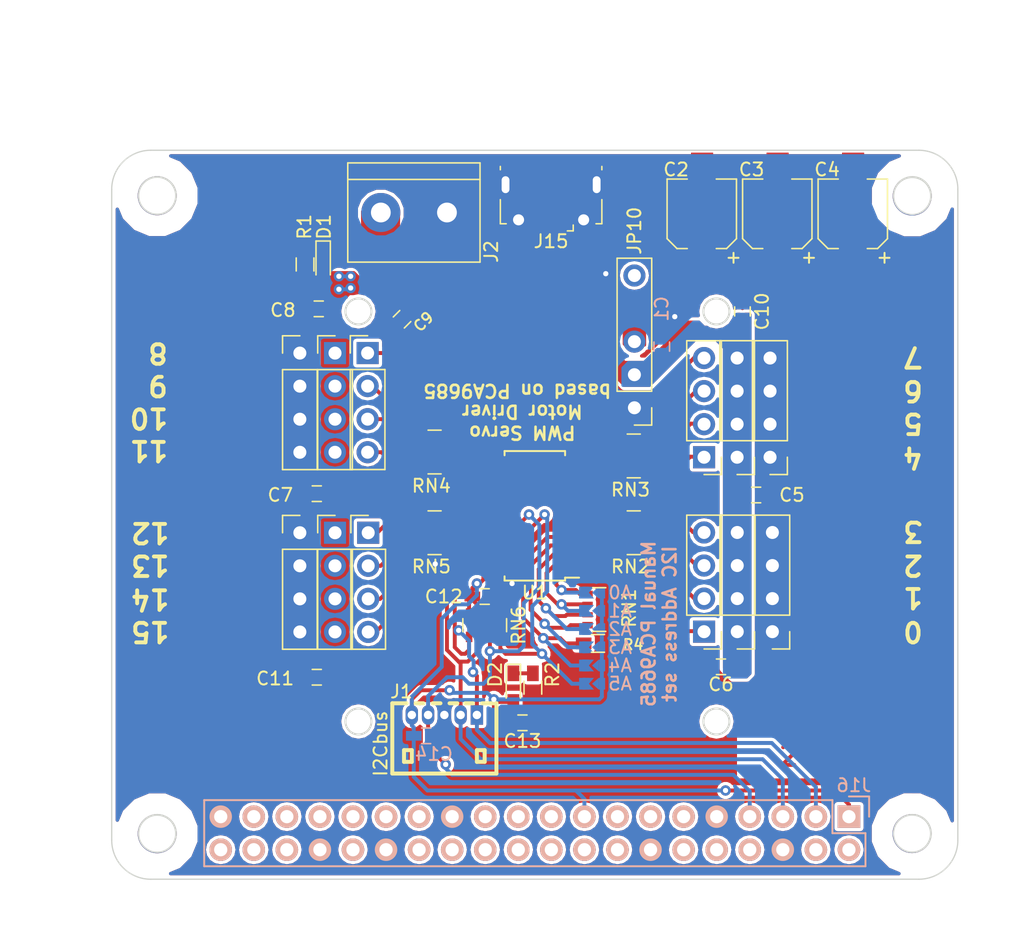
<source format=kicad_pcb>
(kicad_pcb (version 20160815) (host pcbnew no-vcs-found-undefined)
  (layers (0 F.Cu signal) (31 B.Cu signal) (34 B.Paste user) (35 F.Paste user) (36 B.SilkS user) (37 F.SilkS user) (38 B.Mask user) (39 F.Mask user) (44 Edge.Cuts user))
  (net 0 "")
  (net 1 VDD)
  (net 2 GND)
  (net 3 VCC)
  (net 4 "Net-(D1-Pad1)")
  (net 5 "Net-(J3-Pad1)")
  (net 6 "Net-(J3-Pad2)")
  (net 7 "Net-(J3-Pad3)")
  (net 8 "Net-(J3-Pad4)")
  (net 9 "Net-(J4-Pad1)")
  (net 10 "Net-(J4-Pad2)")
  (net 11 "Net-(J4-Pad3)")
  (net 12 "Net-(J4-Pad4)")
  (net 13 "Net-(J5-Pad4)")
  (net 14 "Net-(J5-Pad3)")
  (net 15 "Net-(J5-Pad2)")
  (net 16 "Net-(J5-Pad1)")
  (net 17 "Net-(J6-Pad1)")
  (net 18 "Net-(J6-Pad2)")
  (net 19 "Net-(J6-Pad3)")
  (net 20 "Net-(J6-Pad4)")
  (net 21 "Net-(RN2-Pad1)")
  (net 22 "Net-(RN2-Pad3)")
  (net 23 "Net-(RN2-Pad2)")
  (net 24 "Net-(RN2-Pad4)")
  (net 25 "Net-(RN3-Pad4)")
  (net 26 "Net-(RN3-Pad2)")
  (net 27 "Net-(RN3-Pad3)")
  (net 28 "Net-(RN3-Pad1)")
  (net 29 "Net-(RN4-Pad1)")
  (net 30 "Net-(RN4-Pad3)")
  (net 31 "Net-(RN4-Pad2)")
  (net 32 "Net-(RN4-Pad4)")
  (net 33 "Net-(RN5-Pad4)")
  (net 34 "Net-(RN5-Pad2)")
  (net 35 "Net-(RN5-Pad3)")
  (net 36 "Net-(RN5-Pad1)")
  (net 37 "Net-(J15-Pad2)")
  (net 38 "Net-(J15-Pad4)")
  (net 39 "Net-(J15-Pad3)")
  (net 40 +5V)
  (net 41 "Net-(D2-Pad1)")
  (net 42 /SDA)
  (net 43 /SCL)
  (net 44 /~OE~)
  (net 45 "Net-(J16-Pad40)")
  (net 46 "Net-(J16-Pad38)")
  (net 47 "Net-(J16-Pad37)")
  (net 48 "Net-(J16-Pad36)")
  (net 49 "Net-(J16-Pad35)")
  (net 50 "Net-(J16-Pad33)")
  (net 51 "Net-(J16-Pad32)")
  (net 52 "Net-(J16-Pad31)")
  (net 53 "Net-(J16-Pad29)")
  (net 54 "Net-(J16-Pad28)")
  (net 55 "Net-(J16-Pad27)")
  (net 56 "Net-(J16-Pad26)")
  (net 57 "Net-(J16-Pad24)")
  (net 58 "Net-(J16-Pad23)")
  (net 59 "Net-(J16-Pad22)")
  (net 60 "Net-(J16-Pad21)")
  (net 61 "Net-(J16-Pad20)")
  (net 62 "Net-(J16-Pad19)")
  (net 63 "Net-(J16-Pad18)")
  (net 64 "Net-(J16-Pad16)")
  (net 65 "Net-(J16-Pad15)")
  (net 66 "Net-(J16-Pad13)")
  (net 67 "Net-(J16-Pad12)")
  (net 68 "Net-(J16-Pad11)")
  (net 69 "Net-(J16-Pad10)")
  (net 70 "Net-(J16-Pad8)")
  (net 71 "Net-(J16-Pad4)")
  (net 72 "Net-(J16-Pad2)")
  (net 73 "Net-(A0-Pad2)")
  (net 74 "Net-(A1-Pad2)")
  (net 75 "Net-(A2-Pad2)")
  (net 76 "Net-(A3-Pad2)")
  (net 77 "Net-(A4-Pad2)")
  (net 78 "Net-(A5-Pad2)")
  (module w_conn_df13:df13-5p-125ds (layer F.Cu) (at 135.7 131.1)
    (fp_text reference J1 (at -3.3 -3.6) (layer F.SilkS))
    (fp_text value I2Cbus (at -4.9 0.4 90) (layer F.SilkS))
    (pad 1 thru_hole rect (at 2.49936 -1.80086) (size 0.94996 1.4986) (drill 0.6477) (layers *.Cu *.Mask) (net 42 /SDA))
    (pad 2 thru_hole oval (at 1.24968 -1.80086) (size 0.94996 1.4986) (drill 0.6477) (layers *.Cu *.Mask) (net 43 /SCL))
    (pad 3 thru_hole oval (at 0 -1.80086) (size 0.94996 1.4986) (drill 0.6477) (layers *.Cu *.Mask) (net 2 GND))
    (pad 4 thru_hole oval (at -1.24968 -1.80086) (size 0.94996 1.4986) (drill 0.6477) (layers *.Cu *.Mask) (net 44 /~OE~))
    (pad 5 thru_hole oval (at -2.49936 -1.80086) (size 0.94996 1.4986) (drill 0.6477) (layers *.Cu *.Mask) (net 1 VDD))
  )
  (module Capacitors_SMD:CP_Elec_5x5.3 (layer F.Cu) (at 155.5 90.8 90)
    (fp_text reference C2 (at 3.4 -2 180) (layer F.SilkS))
    (fp_text value 10uF)
    (fp_text user + (at -3.38 2.34 90) (layer F.SilkS))
    (pad 1 smd rect (at -2.7 0 270) (size 4 1.7) (layers F.Cu F.Paste F.Mask) (net 3 VCC))
    (pad 2 smd rect (at 2.7 0 270) (size 4 1.7) (layers F.Cu F.Paste F.Mask) (net 2 GND))
  )
  (module Pin_Headers:Pin_Header_Straight_1x05_Pitch2.54mm (layer F.Cu) (at 150.3 105.7 180)
    (fp_text reference JP10 (at 0 13.6 270) (layer F.SilkS))
    (fp_text value VS_Switch)
    (pad 5 thru_hole oval (at 0 10.16 180) (size 1.7 1.7) (drill 1) (layers *.Cu *.Mask))
    (pad 3 thru_hole oval (at 0 5.08 180) (size 1.7 1.7) (drill 1) (layers *.Cu *.Mask) (net 3 VCC))
    (pad 2 thru_hole oval (at 0 2.54 180) (size 1.7 1.7) (drill 1) (layers *.Cu *.Mask) (net 40 +5V))
    (pad 1 thru_hole rect (at 0 0 180) (size 1.7 1.7) (drill 1) (layers *.Cu *.Mask) (net 2 GND))
  )
  (module project_footprints:NPTH_3mm_ID (layer F.Cu) (at 171.63 138.41)
    (fp_text reference H4 hide)
    (fp_text value 3mm_Mounting_Hole)
    (pad "" np_thru_hole circle (at 0 0) (size 3 3) (drill 2.75) (layers *.Cu *.Mask) (clearance 1.6))
  )
  (module project_footprints:NPTH_3mm_ID (layer F.Cu) (at 113.64 138.42)
    (fp_text reference H3 hide)
    (fp_text value 3mm_Mounting_Hole)
    (pad "" np_thru_hole circle (at 0 0) (size 3 3) (drill 2.75) (layers *.Cu *.Mask) (clearance 1.6))
  )
  (module project_footprints:NPTH_3mm_ID (layer F.Cu) (at 171.64 89.43)
    (fp_text reference H2 hide)
    (fp_text value 3mm_Mounting_Hole)
    (pad "" np_thru_hole circle (at 0 0) (size 3 3) (drill 2.75) (layers *.Cu *.Mask) (clearance 1.6))
  )
  (module project_footprints:NPTH_3mm_ID (layer F.Cu) (at 113.64 89.41)
    (fp_text reference H1 hide)
    (fp_text value 3mm_Mounting_Hole)
    (pad "" np_thru_hole circle (at 0 0) (size 3 3) (drill 2.75) (layers *.Cu *.Mask) (clearance 1.6))
  )
  (module Socket_Strips:Socket_Strip_Straight_2x20 (layer B.Cu) (at 166.78 137.11 180)
    (fp_text reference J16 (at -0.37 2.41 180) (layer B.SilkS) (effects (justify mirror)))
    (fp_text value "RPi Header")
    (pad 40 thru_hole oval (at 48.26 -2.54 180) (size 1.7272 1.7272) (drill 1.016) (layers *.Cu *.Mask B.SilkS) (net 45 "Net-(J16-Pad40)"))
    (pad 39 thru_hole oval (at 48.26 0 180) (size 1.7272 1.7272) (drill 1.016) (layers *.Cu *.Mask B.SilkS) (net 2 GND))
    (pad 38 thru_hole oval (at 45.72 -2.54 180) (size 1.7272 1.7272) (drill 1.016) (layers *.Cu *.Mask B.SilkS) (net 46 "Net-(J16-Pad38)"))
    (pad 37 thru_hole oval (at 45.72 0 180) (size 1.7272 1.7272) (drill 1.016) (layers *.Cu *.Mask B.SilkS) (net 47 "Net-(J16-Pad37)"))
    (pad 36 thru_hole oval (at 43.18 -2.54 180) (size 1.7272 1.7272) (drill 1.016) (layers *.Cu *.Mask B.SilkS) (net 48 "Net-(J16-Pad36)"))
    (pad 35 thru_hole oval (at 43.18 0 180) (size 1.7272 1.7272) (drill 1.016) (layers *.Cu *.Mask B.SilkS) (net 49 "Net-(J16-Pad35)"))
    (pad 34 thru_hole oval (at 40.64 -2.54 180) (size 1.7272 1.7272) (drill 1.016) (layers *.Cu *.Mask B.SilkS) (net 2 GND))
    (pad 33 thru_hole oval (at 40.64 0 180) (size 1.7272 1.7272) (drill 1.016) (layers *.Cu *.Mask B.SilkS) (net 50 "Net-(J16-Pad33)"))
    (pad 32 thru_hole oval (at 38.1 -2.54 180) (size 1.7272 1.7272) (drill 1.016) (layers *.Cu *.Mask B.SilkS) (net 51 "Net-(J16-Pad32)"))
    (pad 31 thru_hole oval (at 38.1 0 180) (size 1.7272 1.7272) (drill 1.016) (layers *.Cu *.Mask B.SilkS) (net 52 "Net-(J16-Pad31)"))
    (pad 30 thru_hole oval (at 35.56 -2.54 180) (size 1.7272 1.7272) (drill 1.016) (layers *.Cu *.Mask B.SilkS) (net 2 GND))
    (pad 29 thru_hole oval (at 35.56 0 180) (size 1.7272 1.7272) (drill 1.016) (layers *.Cu *.Mask B.SilkS) (net 53 "Net-(J16-Pad29)"))
    (pad 28 thru_hole oval (at 33.02 -2.54 180) (size 1.7272 1.7272) (drill 1.016) (layers *.Cu *.Mask B.SilkS) (net 54 "Net-(J16-Pad28)"))
    (pad 27 thru_hole oval (at 33.02 0 180) (size 1.7272 1.7272) (drill 1.016) (layers *.Cu *.Mask B.SilkS) (net 55 "Net-(J16-Pad27)"))
    (pad 26 thru_hole oval (at 30.48 -2.54 180) (size 1.7272 1.7272) (drill 1.016) (layers *.Cu *.Mask B.SilkS) (net 56 "Net-(J16-Pad26)"))
    (pad 25 thru_hole oval (at 30.48 0 180) (size 1.7272 1.7272) (drill 1.016) (layers *.Cu *.Mask B.SilkS) (net 2 GND))
    (pad 24 thru_hole oval (at 27.94 -2.54 180) (size 1.7272 1.7272) (drill 1.016) (layers *.Cu *.Mask B.SilkS) (net 57 "Net-(J16-Pad24)"))
    (pad 23 thru_hole oval (at 27.94 0 180) (size 1.7272 1.7272) (drill 1.016) (layers *.Cu *.Mask B.SilkS) (net 58 "Net-(J16-Pad23)"))
    (pad 22 thru_hole oval (at 25.4 -2.54 180) (size 1.7272 1.7272) (drill 1.016) (layers *.Cu *.Mask B.SilkS) (net 59 "Net-(J16-Pad22)"))
    (pad 21 thru_hole oval (at 25.4 0 180) (size 1.7272 1.7272) (drill 1.016) (layers *.Cu *.Mask B.SilkS) (net 60 "Net-(J16-Pad21)"))
    (pad 20 thru_hole oval (at 22.86 -2.54 180) (size 1.7272 1.7272) (drill 1.016) (layers *.Cu *.Mask B.SilkS) (net 61 "Net-(J16-Pad20)"))
    (pad 19 thru_hole oval (at 22.86 0 180) (size 1.7272 1.7272) (drill 1.016) (layers *.Cu *.Mask B.SilkS) (net 62 "Net-(J16-Pad19)"))
    (pad 18 thru_hole oval (at 20.32 -2.54 180) (size 1.7272 1.7272) (drill 1.016) (layers *.Cu *.Mask B.SilkS) (net 63 "Net-(J16-Pad18)"))
    (pad 17 thru_hole oval (at 20.32 0 180) (size 1.7272 1.7272) (drill 1.016) (layers *.Cu *.Mask B.SilkS) (net 1 VDD))
    (pad 16 thru_hole oval (at 17.78 -2.54 180) (size 1.7272 1.7272) (drill 1.016) (layers *.Cu *.Mask B.SilkS) (net 64 "Net-(J16-Pad16)"))
    (pad 15 thru_hole oval (at 17.78 0 180) (size 1.7272 1.7272) (drill 1.016) (layers *.Cu *.Mask B.SilkS) (net 65 "Net-(J16-Pad15)"))
    (pad 14 thru_hole oval (at 15.24 -2.54 180) (size 1.7272 1.7272) (drill 1.016) (layers *.Cu *.Mask B.SilkS) (net 2 GND))
    (pad 13 thru_hole oval (at 15.24 0 180) (size 1.7272 1.7272) (drill 1.016) (layers *.Cu *.Mask B.SilkS) (net 66 "Net-(J16-Pad13)"))
    (pad 12 thru_hole oval (at 12.7 -2.54 180) (size 1.7272 1.7272) (drill 1.016) (layers *.Cu *.Mask B.SilkS) (net 67 "Net-(J16-Pad12)"))
    (pad 11 thru_hole oval (at 12.7 0 180) (size 1.7272 1.7272) (drill 1.016) (layers *.Cu *.Mask B.SilkS) (net 68 "Net-(J16-Pad11)"))
    (pad 10 thru_hole oval (at 10.16 -2.54 180) (size 1.7272 1.7272) (drill 1.016) (layers *.Cu *.Mask B.SilkS) (net 69 "Net-(J16-Pad10)"))
    (pad 9 thru_hole oval (at 10.16 0 180) (size 1.7272 1.7272) (drill 1.016) (layers *.Cu *.Mask B.SilkS) (net 2 GND))
    (pad 8 thru_hole oval (at 7.62 -2.54 180) (size 1.7272 1.7272) (drill 1.016) (layers *.Cu *.Mask B.SilkS) (net 70 "Net-(J16-Pad8)"))
    (pad 7 thru_hole oval (at 7.62 0 180) (size 1.7272 1.7272) (drill 1.016) (layers *.Cu *.Mask B.SilkS) (net 44 /~OE~))
    (pad 6 thru_hole oval (at 5.08 -2.54 180) (size 1.7272 1.7272) (drill 1.016) (layers *.Cu *.Mask B.SilkS) (net 2 GND))
    (pad 5 thru_hole oval (at 5.08 0 180) (size 1.7272 1.7272) (drill 1.016) (layers *.Cu *.Mask B.SilkS) (net 43 /SCL))
    (pad 4 thru_hole oval (at 2.54 -2.54 180) (size 1.7272 1.7272) (drill 1.016) (layers *.Cu *.Mask B.SilkS) (net 71 "Net-(J16-Pad4)"))
    (pad 3 thru_hole oval (at 2.54 0 180) (size 1.7272 1.7272) (drill 1.016) (layers *.Cu *.Mask B.SilkS) (net 42 /SDA))
    (pad 2 thru_hole oval (at 0 -2.54 180) (size 1.7272 1.7272) (drill 1.016) (layers *.Cu *.Mask B.SilkS) (net 72 "Net-(J16-Pad2)"))
    (pad 1 thru_hole rect (at 0 0 180) (size 1.7272 1.7272) (drill 1.016) (layers *.Cu *.Mask B.SilkS) (net 1 VDD))
  )
  (module Connectors_Terminal_Blocks:TerminalBlock_bornier-2_P5.08mm (layer F.Cu) (at 135.9 90.7 180)
    (fp_text reference J2 (at -3.4 -3 270) (layer F.SilkS))
    (fp_text value VMOTOR)
    (pad 1 thru_hole rect (at 0 0 180) (size 3 3) (drill 1.52) (layers *.Cu *.Mask) (net 2 GND))
    (pad 2 thru_hole circle (at 5.08 0 180) (size 3 3) (drill 1.52) (layers *.Cu *.Mask) (net 3 VCC))
  )
  (module Capacitors_SMD:C_0603_HandSoldering (layer B.Cu) (at 152.4 101 90)
    (fp_text reference C1 (at 2.9 0 90) (layer B.SilkS) (effects (justify mirror)))
    (fp_text value 10nF)
    (pad 1 smd rect (at -0.95 0 90) (size 1.2 0.75) (layers B.Cu B.Paste B.Mask) (net 40 +5V))
    (pad 2 smd rect (at 0.95 0 90) (size 1.2 0.75) (layers B.Cu B.Paste B.Mask) (net 2 GND))
  )
  (module LEDs:LED_0603_HandSoldering (layer F.Cu) (at 126.39 94.69 270)
    (fp_text reference D1 (at -2.89 -0.06 270) (layer F.SilkS))
    (fp_text value "LED Green")
    (pad 1 smd rect (at -1.1 0 270) (size 1.2 0.9) (layers F.Cu F.Paste F.Mask) (net 4 "Net-(D1-Pad1)"))
    (pad 2 smd rect (at 1.1 0 270) (size 1.2 0.9) (layers F.Cu F.Paste F.Mask) (net 40 +5V))
  )
  (module Pin_Headers:Pin_Header_Straight_1x04_Pitch2.54mm (layer F.Cu) (at 155.65 122.9 180)
    (fp_text reference J3 hide)
    (fp_text value LED03)
    (pad 1 thru_hole rect (at 0 0 180) (size 1.7 1.7) (drill 1) (layers *.Cu *.Mask) (net 5 "Net-(J3-Pad1)"))
    (pad 2 thru_hole oval (at 0 2.54 180) (size 1.7 1.7) (drill 1) (layers *.Cu *.Mask) (net 6 "Net-(J3-Pad2)"))
    (pad 3 thru_hole oval (at 0 5.08 180) (size 1.7 1.7) (drill 1) (layers *.Cu *.Mask) (net 7 "Net-(J3-Pad3)"))
    (pad 4 thru_hole oval (at 0 7.62 180) (size 1.7 1.7) (drill 1) (layers *.Cu *.Mask) (net 8 "Net-(J3-Pad4)"))
  )
  (module Pin_Headers:Pin_Header_Straight_1x04_Pitch2.54mm (layer F.Cu) (at 155.65 109.5 180)
    (fp_text reference J4 hide)
    (fp_text value LED47)
    (pad 1 thru_hole rect (at 0 0 180) (size 1.7 1.7) (drill 1) (layers *.Cu *.Mask) (net 9 "Net-(J4-Pad1)"))
    (pad 2 thru_hole oval (at 0 2.54 180) (size 1.7 1.7) (drill 1) (layers *.Cu *.Mask) (net 10 "Net-(J4-Pad2)"))
    (pad 3 thru_hole oval (at 0 5.08 180) (size 1.7 1.7) (drill 1) (layers *.Cu *.Mask) (net 11 "Net-(J4-Pad3)"))
    (pad 4 thru_hole oval (at 0 7.62 180) (size 1.7 1.7) (drill 1) (layers *.Cu *.Mask) (net 12 "Net-(J4-Pad4)"))
  )
  (module Pin_Headers:Pin_Header_Straight_1x04_Pitch2.54mm (layer F.Cu) (at 129.805 101.495)
    (fp_text reference J5 hide)
    (fp_text value LED811)
    (pad 4 thru_hole oval (at 0 7.62) (size 1.7 1.7) (drill 1) (layers *.Cu *.Mask) (net 13 "Net-(J5-Pad4)"))
    (pad 3 thru_hole oval (at 0 5.08) (size 1.7 1.7) (drill 1) (layers *.Cu *.Mask) (net 14 "Net-(J5-Pad3)"))
    (pad 2 thru_hole oval (at 0 2.54) (size 1.7 1.7) (drill 1) (layers *.Cu *.Mask) (net 15 "Net-(J5-Pad2)"))
    (pad 1 thru_hole rect (at 0 0) (size 1.7 1.7) (drill 1) (layers *.Cu *.Mask) (net 16 "Net-(J5-Pad1)"))
  )
  (module Pin_Headers:Pin_Header_Straight_1x04_Pitch2.54mm (layer F.Cu) (at 129.85 115.3)
    (fp_text reference J6 hide)
    (fp_text value LED1215)
    (pad 1 thru_hole rect (at 0 0) (size 1.7 1.7) (drill 1) (layers *.Cu *.Mask) (net 17 "Net-(J6-Pad1)"))
    (pad 2 thru_hole oval (at 0 2.54) (size 1.7 1.7) (drill 1) (layers *.Cu *.Mask) (net 18 "Net-(J6-Pad2)"))
    (pad 3 thru_hole oval (at 0 5.08) (size 1.7 1.7) (drill 1) (layers *.Cu *.Mask) (net 19 "Net-(J6-Pad3)"))
    (pad 4 thru_hole oval (at 0 7.62) (size 1.7 1.7) (drill 1) (layers *.Cu *.Mask) (net 20 "Net-(J6-Pad4)"))
  )
  (module Pin_Headers:Pin_Header_Straight_1x04_Pitch2.54mm (layer F.Cu) (at 124.6 115.3)
    (fp_text reference J7 hide)
    (fp_text value C4GND)
    (pad 4 thru_hole oval (at 0 7.62) (size 1.7 1.7) (drill 1) (layers *.Cu *.Mask) (net 2 GND))
    (pad 3 thru_hole oval (at 0 5.08) (size 1.7 1.7) (drill 1) (layers *.Cu *.Mask) (net 2 GND))
    (pad 2 thru_hole oval (at 0 2.54) (size 1.7 1.7) (drill 1) (layers *.Cu *.Mask) (net 2 GND))
    (pad 1 thru_hole rect (at 0 0) (size 1.7 1.7) (drill 1) (layers *.Cu *.Mask) (net 2 GND))
  )
  (module Pin_Headers:Pin_Header_Straight_1x04_Pitch2.54mm (layer F.Cu) (at 124.6 101.5)
    (fp_text reference J8 hide)
    (fp_text value C4GND)
    (pad 1 thru_hole rect (at 0 0) (size 1.7 1.7) (drill 1) (layers *.Cu *.Mask) (net 2 GND))
    (pad 2 thru_hole oval (at 0 2.54) (size 1.7 1.7) (drill 1) (layers *.Cu *.Mask) (net 2 GND))
    (pad 3 thru_hole oval (at 0 5.08) (size 1.7 1.7) (drill 1) (layers *.Cu *.Mask) (net 2 GND))
    (pad 4 thru_hole oval (at 0 7.62) (size 1.7 1.7) (drill 1) (layers *.Cu *.Mask) (net 2 GND))
  )
  (module Pin_Headers:Pin_Header_Straight_1x04_Pitch2.54mm (layer F.Cu) (at 160.72 109.5 180)
    (fp_text reference J9 hide)
    (fp_text value C4GND)
    (pad 4 thru_hole oval (at 0 7.62 180) (size 1.7 1.7) (drill 1) (layers *.Cu *.Mask) (net 2 GND))
    (pad 3 thru_hole oval (at 0 5.08 180) (size 1.7 1.7) (drill 1) (layers *.Cu *.Mask) (net 2 GND))
    (pad 2 thru_hole oval (at 0 2.54 180) (size 1.7 1.7) (drill 1) (layers *.Cu *.Mask) (net 2 GND))
    (pad 1 thru_hole rect (at 0 0 180) (size 1.7 1.7) (drill 1) (layers *.Cu *.Mask) (net 2 GND))
  )
  (module Pin_Headers:Pin_Header_Straight_1x04_Pitch2.54mm (layer F.Cu) (at 160.9 122.9 180)
    (fp_text reference J10 hide)
    (fp_text value C4GND)
    (pad 1 thru_hole rect (at 0 0 180) (size 1.7 1.7) (drill 1) (layers *.Cu *.Mask) (net 2 GND))
    (pad 2 thru_hole oval (at 0 2.54 180) (size 1.7 1.7) (drill 1) (layers *.Cu *.Mask) (net 2 GND))
    (pad 3 thru_hole oval (at 0 5.08 180) (size 1.7 1.7) (drill 1) (layers *.Cu *.Mask) (net 2 GND))
    (pad 4 thru_hole oval (at 0 7.62 180) (size 1.7 1.7) (drill 1) (layers *.Cu *.Mask) (net 2 GND))
  )
  (module Pin_Headers:Pin_Header_Straight_1x04_Pitch2.54mm (layer F.Cu) (at 158.2 122.9 180)
    (fp_text reference J11 hide)
    (fp_text value C4VDD)
    (pad 4 thru_hole oval (at 0 7.62 180) (size 1.7 1.7) (drill 1) (layers *.Cu *.Mask) (net 40 +5V))
    (pad 3 thru_hole oval (at 0 5.08 180) (size 1.7 1.7) (drill 1) (layers *.Cu *.Mask) (net 40 +5V))
    (pad 2 thru_hole oval (at 0 2.54 180) (size 1.7 1.7) (drill 1) (layers *.Cu *.Mask) (net 40 +5V))
    (pad 1 thru_hole rect (at 0 0 180) (size 1.7 1.7) (drill 1) (layers *.Cu *.Mask) (net 40 +5V))
  )
  (module Pin_Headers:Pin_Header_Straight_1x04_Pitch2.54mm (layer F.Cu) (at 127.3 115.3)
    (fp_text reference J12 hide)
    (fp_text value C4VDD)
    (pad 1 thru_hole rect (at 0 0) (size 1.7 1.7) (drill 1) (layers *.Cu *.Mask) (net 40 +5V))
    (pad 2 thru_hole oval (at 0 2.54) (size 1.7 1.7) (drill 1) (layers *.Cu *.Mask) (net 40 +5V))
    (pad 3 thru_hole oval (at 0 5.08) (size 1.7 1.7) (drill 1) (layers *.Cu *.Mask) (net 40 +5V))
    (pad 4 thru_hole oval (at 0 7.62) (size 1.7 1.7) (drill 1) (layers *.Cu *.Mask) (net 40 +5V))
  )
  (module Pin_Headers:Pin_Header_Straight_1x04_Pitch2.54mm (layer F.Cu) (at 127.3 101.5)
    (fp_text reference J13 hide)
    (fp_text value C4VDD)
    (pad 4 thru_hole oval (at 0 7.62) (size 1.7 1.7) (drill 1) (layers *.Cu *.Mask) (net 40 +5V))
    (pad 3 thru_hole oval (at 0 5.08) (size 1.7 1.7) (drill 1) (layers *.Cu *.Mask) (net 40 +5V))
    (pad 2 thru_hole oval (at 0 2.54) (size 1.7 1.7) (drill 1) (layers *.Cu *.Mask) (net 40 +5V))
    (pad 1 thru_hole rect (at 0 0) (size 1.7 1.7) (drill 1) (layers *.Cu *.Mask) (net 40 +5V))
  )
  (module Pin_Headers:Pin_Header_Straight_1x04_Pitch2.54mm (layer F.Cu) (at 158.19 109.5 180)
    (fp_text reference J14 hide)
    (fp_text value C4VDD)
    (pad 4 thru_hole oval (at 0 7.62 180) (size 1.7 1.7) (drill 1) (layers *.Cu *.Mask) (net 40 +5V))
    (pad 3 thru_hole oval (at 0 5.08 180) (size 1.7 1.7) (drill 1) (layers *.Cu *.Mask) (net 40 +5V))
    (pad 2 thru_hole oval (at 0 2.54 180) (size 1.7 1.7) (drill 1) (layers *.Cu *.Mask) (net 40 +5V))
    (pad 1 thru_hole rect (at 0 0 180) (size 1.7 1.7) (drill 1) (layers *.Cu *.Mask) (net 40 +5V))
  )
  (module Resistors_SMD:R_0603_HandSoldering (layer F.Cu) (at 125 94.69 270)
    (fp_text reference R1 (at -2.89 0.05 270) (layer F.SilkS))
    (fp_text value 1k)
    (pad 1 smd rect (at -1.1 0 270) (size 1.2 0.9) (layers F.Cu F.Paste F.Mask) (net 4 "Net-(D1-Pad1)"))
    (pad 2 smd rect (at 1.1 0 270) (size 1.2 0.9) (layers F.Cu F.Paste F.Mask) (net 2 GND))
  )
  (module Resistors_SMD:R_0603_HandSoldering (layer F.Cu) (at 147.5 123.8)
    (fp_text reference R4 (at 2.7 0.1) (layer F.SilkS) (effects (font (size 0.8 0.8))))
    (fp_text value 10k)
    (pad 2 smd rect (at 1.1 0) (size 1.2 0.9) (layers F.Cu F.Paste F.Mask) (net 2 GND))
    (pad 1 smd rect (at -1.1 0) (size 1.2 0.9) (layers F.Cu F.Paste F.Mask) (net 77 "Net-(A4-Pad2)"))
  )
  (module Resistors_SMD:R_Array_Convex_4x0603 (layer F.Cu) (at 147.6 121.2 180)
    (fp_text reference RN1 (at -2.3 0.1 270) (layer F.SilkS))
    (fp_text value 10k)
    (pad 1 smd rect (at -0.9 -1.2 180) (size 0.8 0.5) (layers F.Cu F.Paste F.Mask) (net 2 GND))
    (pad 3 smd rect (at -0.9 0.4 180) (size 0.8 0.4) (layers F.Cu F.Paste F.Mask) (net 2 GND))
    (pad 2 smd rect (at -0.9 -0.4 180) (size 0.8 0.4) (layers F.Cu F.Paste F.Mask) (net 2 GND))
    (pad 4 smd rect (at -0.9 1.2 180) (size 0.8 0.5) (layers F.Cu F.Paste F.Mask) (net 2 GND))
    (pad 7 smd rect (at 0.9 -0.4 180) (size 0.8 0.4) (layers F.Cu F.Paste F.Mask) (net 75 "Net-(A2-Pad2)"))
    (pad 8 smd rect (at 0.9 -1.2 180) (size 0.8 0.5) (layers F.Cu F.Paste F.Mask) (net 76 "Net-(A3-Pad2)"))
    (pad 6 smd rect (at 0.9 0.4 180) (size 0.8 0.4) (layers F.Cu F.Paste F.Mask) (net 74 "Net-(A1-Pad2)"))
    (pad 5 smd rect (at 0.9 1.2 180) (size 0.8 0.5) (layers F.Cu F.Paste F.Mask) (net 73 "Net-(A0-Pad2)"))
  )
  (module Resistors_SMD:R_Array_Convex_4x0603 (layer F.Cu) (at 150.25 115.3)
    (fp_text reference RN2 (at -0.25 2.6) (layer F.SilkS))
    (fp_text value 220)
    (pad 1 smd rect (at -0.9 -1.2) (size 0.8 0.5) (layers F.Cu F.Paste F.Mask) (net 21 "Net-(RN2-Pad1)"))
    (pad 3 smd rect (at -0.9 0.4) (size 0.8 0.4) (layers F.Cu F.Paste F.Mask) (net 22 "Net-(RN2-Pad3)"))
    (pad 2 smd rect (at -0.9 -0.4) (size 0.8 0.4) (layers F.Cu F.Paste F.Mask) (net 23 "Net-(RN2-Pad2)"))
    (pad 4 smd rect (at -0.9 1.2) (size 0.8 0.5) (layers F.Cu F.Paste F.Mask) (net 24 "Net-(RN2-Pad4)"))
    (pad 7 smd rect (at 0.9 -0.4) (size 0.8 0.4) (layers F.Cu F.Paste F.Mask) (net 7 "Net-(J3-Pad3)"))
    (pad 8 smd rect (at 0.9 -1.2) (size 0.8 0.5) (layers F.Cu F.Paste F.Mask) (net 8 "Net-(J3-Pad4)"))
    (pad 6 smd rect (at 0.9 0.4) (size 0.8 0.4) (layers F.Cu F.Paste F.Mask) (net 6 "Net-(J3-Pad2)"))
    (pad 5 smd rect (at 0.9 1.2) (size 0.8 0.5) (layers F.Cu F.Paste F.Mask) (net 5 "Net-(J3-Pad1)"))
  )
  (module Resistors_SMD:R_Array_Convex_4x0603 (layer F.Cu) (at 150.25 109.4)
    (fp_text reference RN3 (at -0.25 2.6) (layer F.SilkS))
    (fp_text value 220)
    (pad 5 smd rect (at 0.9 1.2) (size 0.8 0.5) (layers F.Cu F.Paste F.Mask) (net 9 "Net-(J4-Pad1)"))
    (pad 6 smd rect (at 0.9 0.4) (size 0.8 0.4) (layers F.Cu F.Paste F.Mask) (net 10 "Net-(J4-Pad2)"))
    (pad 8 smd rect (at 0.9 -1.2) (size 0.8 0.5) (layers F.Cu F.Paste F.Mask) (net 12 "Net-(J4-Pad4)"))
    (pad 7 smd rect (at 0.9 -0.4) (size 0.8 0.4) (layers F.Cu F.Paste F.Mask) (net 11 "Net-(J4-Pad3)"))
    (pad 4 smd rect (at -0.9 1.2) (size 0.8 0.5) (layers F.Cu F.Paste F.Mask) (net 25 "Net-(RN3-Pad4)"))
    (pad 2 smd rect (at -0.9 -0.4) (size 0.8 0.4) (layers F.Cu F.Paste F.Mask) (net 26 "Net-(RN3-Pad2)"))
    (pad 3 smd rect (at -0.9 0.4) (size 0.8 0.4) (layers F.Cu F.Paste F.Mask) (net 27 "Net-(RN3-Pad3)"))
    (pad 1 smd rect (at -0.9 -1.2) (size 0.8 0.5) (layers F.Cu F.Paste F.Mask) (net 28 "Net-(RN3-Pad1)"))
  )
  (module Resistors_SMD:R_Array_Convex_4x0603 (layer F.Cu) (at 134.95 109.1 180)
    (fp_text reference RN4 (at 0.25 -2.6 180) (layer F.SilkS))
    (fp_text value 220)
    (pad 1 smd rect (at -0.9 -1.2 180) (size 0.8 0.5) (layers F.Cu F.Paste F.Mask) (net 29 "Net-(RN4-Pad1)"))
    (pad 3 smd rect (at -0.9 0.4 180) (size 0.8 0.4) (layers F.Cu F.Paste F.Mask) (net 30 "Net-(RN4-Pad3)"))
    (pad 2 smd rect (at -0.9 -0.4 180) (size 0.8 0.4) (layers F.Cu F.Paste F.Mask) (net 31 "Net-(RN4-Pad2)"))
    (pad 4 smd rect (at -0.9 1.2 180) (size 0.8 0.5) (layers F.Cu F.Paste F.Mask) (net 32 "Net-(RN4-Pad4)"))
    (pad 7 smd rect (at 0.9 -0.4 180) (size 0.8 0.4) (layers F.Cu F.Paste F.Mask) (net 14 "Net-(J5-Pad3)"))
    (pad 8 smd rect (at 0.9 -1.2 180) (size 0.8 0.5) (layers F.Cu F.Paste F.Mask) (net 13 "Net-(J5-Pad4)"))
    (pad 6 smd rect (at 0.9 0.4 180) (size 0.8 0.4) (layers F.Cu F.Paste F.Mask) (net 15 "Net-(J5-Pad2)"))
    (pad 5 smd rect (at 0.9 1.2 180) (size 0.8 0.5) (layers F.Cu F.Paste F.Mask) (net 16 "Net-(J5-Pad1)"))
  )
  (module Resistors_SMD:R_Array_Convex_4x0603 (layer F.Cu) (at 134.95 115.3 180)
    (fp_text reference RN5 (at 0.25 -2.6 180) (layer F.SilkS))
    (fp_text value 220)
    (pad 5 smd rect (at 0.9 1.2 180) (size 0.8 0.5) (layers F.Cu F.Paste F.Mask) (net 17 "Net-(J6-Pad1)"))
    (pad 6 smd rect (at 0.9 0.4 180) (size 0.8 0.4) (layers F.Cu F.Paste F.Mask) (net 18 "Net-(J6-Pad2)"))
    (pad 8 smd rect (at 0.9 -1.2 180) (size 0.8 0.5) (layers F.Cu F.Paste F.Mask) (net 20 "Net-(J6-Pad4)"))
    (pad 7 smd rect (at 0.9 -0.4 180) (size 0.8 0.4) (layers F.Cu F.Paste F.Mask) (net 19 "Net-(J6-Pad3)"))
    (pad 4 smd rect (at -0.9 1.2 180) (size 0.8 0.5) (layers F.Cu F.Paste F.Mask) (net 33 "Net-(RN5-Pad4)"))
    (pad 2 smd rect (at -0.9 -0.4 180) (size 0.8 0.4) (layers F.Cu F.Paste F.Mask) (net 34 "Net-(RN5-Pad2)"))
    (pad 3 smd rect (at -0.9 0.4 180) (size 0.8 0.4) (layers F.Cu F.Paste F.Mask) (net 35 "Net-(RN5-Pad3)"))
    (pad 1 smd rect (at -0.9 -1.2 180) (size 0.8 0.5) (layers F.Cu F.Paste F.Mask) (net 36 "Net-(RN5-Pad1)"))
  )
  (module Resistors_SMD:R_Array_Convex_4x0603 (layer F.Cu) (at 138.8 122.4 90)
    (fp_text reference RN6 (at 0 2.6 90) (layer F.SilkS))
    (fp_text value 10k)
    (pad 5 smd rect (at 0.9 1.2 90) (size 0.8 0.5) (layers F.Cu F.Paste F.Mask) (net 2 GND))
    (pad 6 smd rect (at 0.9 0.4 90) (size 0.8 0.4) (layers F.Cu F.Paste F.Mask) (net 2 GND))
    (pad 8 smd rect (at 0.9 -1.2 90) (size 0.8 0.5) (layers F.Cu F.Paste F.Mask) (net 1 VDD))
    (pad 7 smd rect (at 0.9 -0.4 90) (size 0.8 0.4) (layers F.Cu F.Paste F.Mask) (net 1 VDD))
    (pad 4 smd rect (at -0.9 1.2 90) (size 0.8 0.5) (layers F.Cu F.Paste F.Mask) (net 78 "Net-(A5-Pad2)"))
    (pad 2 smd rect (at -0.9 -0.4 90) (size 0.8 0.4) (layers F.Cu F.Paste F.Mask) (net 43 /SCL))
    (pad 3 smd rect (at -0.9 0.4 90) (size 0.8 0.4) (layers F.Cu F.Paste F.Mask) (net 44 /~OE~))
    (pad 1 smd rect (at -0.9 -1.2 90) (size 0.8 0.5) (layers F.Cu F.Paste F.Mask) (net 42 /SDA))
  )
  (module Housings_SSOP:TSSOP-28_4.4x9.7mm_Pitch0.65mm (layer F.Cu) (at 142.65 114 180)
    (fp_text reference U1 (at 0 -5.9 180) (layer F.SilkS))
    (fp_text value PCA9685PW)
    (pad 1 smd rect (at -2.85 -4.225 180) (size 1.1 0.4) (layers F.Cu F.Paste F.Mask) (net 73 "Net-(A0-Pad2)"))
    (pad 2 smd rect (at -2.85 -3.575 180) (size 1.1 0.4) (layers F.Cu F.Paste F.Mask) (net 74 "Net-(A1-Pad2)"))
    (pad 3 smd rect (at -2.85 -2.925 180) (size 1.1 0.4) (layers F.Cu F.Paste F.Mask) (net 75 "Net-(A2-Pad2)"))
    (pad 4 smd rect (at -2.85 -2.275 180) (size 1.1 0.4) (layers F.Cu F.Paste F.Mask) (net 76 "Net-(A3-Pad2)"))
    (pad 5 smd rect (at -2.85 -1.625 180) (size 1.1 0.4) (layers F.Cu F.Paste F.Mask) (net 77 "Net-(A4-Pad2)"))
    (pad 6 smd rect (at -2.85 -0.975 180) (size 1.1 0.4) (layers F.Cu F.Paste F.Mask) (net 24 "Net-(RN2-Pad4)"))
    (pad 7 smd rect (at -2.85 -0.325 180) (size 1.1 0.4) (layers F.Cu F.Paste F.Mask) (net 22 "Net-(RN2-Pad3)"))
    (pad 8 smd rect (at -2.85 0.325 180) (size 1.1 0.4) (layers F.Cu F.Paste F.Mask) (net 23 "Net-(RN2-Pad2)"))
    (pad 9 smd rect (at -2.85 0.975 180) (size 1.1 0.4) (layers F.Cu F.Paste F.Mask) (net 21 "Net-(RN2-Pad1)"))
    (pad 10 smd rect (at -2.85 1.625 180) (size 1.1 0.4) (layers F.Cu F.Paste F.Mask) (net 25 "Net-(RN3-Pad4)"))
    (pad 11 smd rect (at -2.85 2.275 180) (size 1.1 0.4) (layers F.Cu F.Paste F.Mask) (net 27 "Net-(RN3-Pad3)"))
    (pad 12 smd rect (at -2.85 2.925 180) (size 1.1 0.4) (layers F.Cu F.Paste F.Mask) (net 26 "Net-(RN3-Pad2)"))
    (pad 13 smd rect (at -2.85 3.575 180) (size 1.1 0.4) (layers F.Cu F.Paste F.Mask) (net 28 "Net-(RN3-Pad1)"))
    (pad 14 smd rect (at -2.85 4.225 180) (size 1.1 0.4) (layers F.Cu F.Paste F.Mask) (net 2 GND))
    (pad 15 smd rect (at 2.85 4.225 180) (size 1.1 0.4) (layers F.Cu F.Paste F.Mask) (net 32 "Net-(RN4-Pad4)"))
    (pad 16 smd rect (at 2.85 3.575 180) (size 1.1 0.4) (layers F.Cu F.Paste F.Mask) (net 30 "Net-(RN4-Pad3)"))
    (pad 17 smd rect (at 2.85 2.925 180) (size 1.1 0.4) (layers F.Cu F.Paste F.Mask) (net 31 "Net-(RN4-Pad2)"))
    (pad 18 smd rect (at 2.85 2.275 180) (size 1.1 0.4) (layers F.Cu F.Paste F.Mask) (net 29 "Net-(RN4-Pad1)"))
    (pad 19 smd rect (at 2.85 1.625 180) (size 1.1 0.4) (layers F.Cu F.Paste F.Mask) (net 33 "Net-(RN5-Pad4)"))
    (pad 20 smd rect (at 2.85 0.975 180) (size 1.1 0.4) (layers F.Cu F.Paste F.Mask) (net 35 "Net-(RN5-Pad3)"))
    (pad 21 smd rect (at 2.85 0.325 180) (size 1.1 0.4) (layers F.Cu F.Paste F.Mask) (net 34 "Net-(RN5-Pad2)"))
    (pad 22 smd rect (at 2.85 -0.325 180) (size 1.1 0.4) (layers F.Cu F.Paste F.Mask) (net 36 "Net-(RN5-Pad1)"))
    (pad 23 smd rect (at 2.85 -0.975 180) (size 1.1 0.4) (layers F.Cu F.Paste F.Mask) (net 44 /~OE~))
    (pad 24 smd rect (at 2.85 -1.625 180) (size 1.1 0.4) (layers F.Cu F.Paste F.Mask) (net 78 "Net-(A5-Pad2)"))
    (pad 25 smd rect (at 2.85 -2.275 180) (size 1.1 0.4) (layers F.Cu F.Paste F.Mask) (net 2 GND))
    (pad 26 smd rect (at 2.85 -2.925 180) (size 1.1 0.4) (layers F.Cu F.Paste F.Mask) (net 43 /SCL))
    (pad 27 smd rect (at 2.85 -3.575 180) (size 1.1 0.4) (layers F.Cu F.Paste F.Mask) (net 42 /SDA))
    (pad 28 smd rect (at 2.85 -4.225 180) (size 1.1 0.4) (layers F.Cu F.Paste F.Mask) (net 1 VDD))
  )
  (module Capacitors_SMD:C_0603_HandSoldering (layer F.Cu) (at 159.65 112.4)
    (fp_text reference C5 (at 2.75 0 -180) (layer F.SilkS))
    (fp_text value 10nF)
    (pad 2 smd rect (at 0.95 0) (size 1.2 0.75) (layers F.Cu F.Paste F.Mask) (net 2 GND))
    (pad 1 smd rect (at -0.95 0) (size 1.2 0.75) (layers F.Cu F.Paste F.Mask) (net 40 +5V))
  )
  (module Capacitors_SMD:C_0603_HandSoldering (layer F.Cu) (at 156.95 125.6 180)
    (fp_text reference C6 (at 0 -1.35) (layer F.SilkS))
    (fp_text value 10nF)
    (pad 1 smd rect (at -0.95 0 180) (size 1.2 0.75) (layers F.Cu F.Paste F.Mask) (net 40 +5V))
    (pad 2 smd rect (at 0.95 0 180) (size 1.2 0.75) (layers F.Cu F.Paste F.Mask) (net 2 GND))
  )
  (module Capacitors_SMD:C_0603_HandSoldering (layer F.Cu) (at 125.9 112.3 180)
    (fp_text reference C7 (at 2.8 -0.1) (layer F.SilkS))
    (fp_text value 10nF)
    (pad 2 smd rect (at 0.95 0 180) (size 1.2 0.75) (layers F.Cu F.Paste F.Mask) (net 2 GND))
    (pad 1 smd rect (at -0.95 0 180) (size 1.2 0.75) (layers F.Cu F.Paste F.Mask) (net 40 +5V))
  )
  (module Capacitors_SMD:C_0603_HandSoldering (layer F.Cu) (at 126.05 98.1 180)
    (fp_text reference C8 (at 2.75 -0.1 180) (layer F.SilkS))
    (fp_text value 10nF)
    (pad 1 smd rect (at -0.95 0 180) (size 1.2 0.75) (layers F.Cu F.Paste F.Mask) (net 40 +5V))
    (pad 2 smd rect (at 0.95 0 180) (size 1.2 0.75) (layers F.Cu F.Paste F.Mask) (net 2 GND))
  )
  (module Capacitors_SMD:C_0603_HandSoldering (layer F.Cu) (at 132.45 98.9 225)
    (fp_text reference C9 (at -1.025305 -1.308148 45) (layer F.SilkS) (effects (font (size 0.8 0.8))))
    (fp_text value 10nF)
    (pad 1 smd rect (at -0.949999 0 225) (size 1.2 0.75) (layers F.Cu F.Paste F.Mask) (net 40 +5V))
    (pad 2 smd rect (at 0.949999 0 225) (size 1.2 0.75) (layers F.Cu F.Paste F.Mask) (net 2 GND))
  )
  (module Capacitors_SMD:C_0603_HandSoldering (layer F.Cu) (at 158.6 98.3 90)
    (fp_text reference C10 (at 0 1.5 90) (layer F.SilkS))
    (fp_text value 10nF)
    (pad 2 smd rect (at 0.95 0 90) (size 1.2 0.75) (layers F.Cu F.Paste F.Mask) (net 2 GND))
    (pad 1 smd rect (at -0.95 0 90) (size 1.2 0.75) (layers F.Cu F.Paste F.Mask) (net 40 +5V))
  )
  (module Capacitors_SMD:C_0603_HandSoldering (layer F.Cu) (at 125.9 126.4 180)
    (fp_text reference C11 (at 3.2 -0.1 180) (layer F.SilkS))
    (fp_text value 10nF)
    (pad 1 smd rect (at -0.95 0 180) (size 1.2 0.75) (layers F.Cu F.Paste F.Mask) (net 40 +5V))
    (pad 2 smd rect (at 0.95 0 180) (size 1.2 0.75) (layers F.Cu F.Paste F.Mask) (net 2 GND))
  )
  (module Connector_USB:USB_Micro-B_Molex-105017-0001 (layer F.Cu) (at 143.9 89.8 180)
    (fp_text reference J15 (at 0 -3.1125 180) (layer F.SilkS))
    (fp_text value USB_B_Micro_VMOTOR)
    (pad 6 smd rect (at 1 1.2375 180) (size 1.5 1.9) (layers F.Cu F.Paste F.Mask) (net 2 GND))
    (pad 6 thru_hole circle (at -2.5 -1.4625 180) (size 1.45 1.45) (drill 0.85) (layers *.Cu *.Mask) (net 2 GND))
    (pad 2 smd rect (at -0.65 -1.4625 180) (size 0.4 1.35) (layers F.Cu F.Paste F.Mask) (net 37 "Net-(J15-Pad2)"))
    (pad 1 smd rect (at -1.3 -1.4625 180) (size 0.4 1.35) (layers F.Cu F.Paste F.Mask) (net 3 VCC))
    (pad 5 smd rect (at 1.3 -1.4625 180) (size 0.4 1.35) (layers F.Cu F.Paste F.Mask) (net 2 GND))
    (pad 4 smd rect (at 0.65 -1.4625 180) (size 0.4 1.35) (layers F.Cu F.Paste F.Mask) (net 38 "Net-(J15-Pad4)"))
    (pad 3 smd rect (at 0 -1.4625 180) (size 0.4 1.35) (layers F.Cu F.Paste F.Mask) (net 39 "Net-(J15-Pad3)"))
    (pad 6 thru_hole circle (at 2.5 -1.4625 180) (size 1.45 1.45) (drill 0.85) (layers *.Cu *.Mask) (net 2 GND))
    (pad 6 smd rect (at -1 1.2375 180) (size 1.5 1.9) (layers F.Cu F.Paste F.Mask) (net 2 GND))
    (pad 6 thru_hole oval (at -3.5 1.2375) (size 1.2 1.9) (drill oval 0.6 1.3) (layers *.Cu *.Mask) (net 2 GND))
    (pad 6 thru_hole oval (at 3.5 1.2375 180) (size 1.2 1.9) (drill oval 0.6 1.3) (layers *.Cu *.Mask) (net 2 GND))
    (pad 6 smd rect (at 2.9 1.2375 180) (size 1.2 1.9) (layers F.Cu F.Mask) (net 2 GND))
    (pad 6 smd rect (at -2.9 1.2375 180) (size 1.2 1.9) (layers F.Cu F.Mask) (net 2 GND))
  )
  (module Jumper:SolderJumper_Triangular_0603 (layer B.Cu) (at 147.05 119.9 180)
    (fp_text reference A0 (at -2.15 0 180) (layer B.SilkS) (effects (justify mirror)))
    (fp_text value A0)
    (pad 1 smd trapezoid (at -0.25 0 180) (size 0.5 0.45) (rect_delta 0.44 0) (layers B.Cu B.Paste B.Mask) (net 1 VDD))
    (pad 2 smd rect (at 0.75 0 180) (size 0.5 0.9) (layers B.Cu B.Paste B.Mask) (net 73 "Net-(A0-Pad2)"))
    (pad 1 smd rect (at -0.75 0 180) (size 0.5 0.9) (layers B.Cu B.Paste B.Mask) (net 1 VDD))
    (pad 2 smd trapezoid (at 0.3 0.2 270) (size 0.5 0.45) (rect_delta 0.44 0) (layers B.Cu B.Paste B.Mask) (net 73 "Net-(A0-Pad2)"))
    (pad 2 smd trapezoid (at 0.3 -0.2 90) (size 0.5 0.45) (rect_delta 0.44 0) (layers B.Cu B.Paste B.Mask) (net 73 "Net-(A0-Pad2)"))
    (pad 2 smd rect (at 0.5 0 180) (size 0.5 0.9) (layers B.Cu B.Paste B.Mask) (net 73 "Net-(A0-Pad2)"))
  )
  (module Jumper:SolderJumper_Triangular_0603 (layer B.Cu) (at 147.05 121.3 180)
    (fp_text reference A1 (at -2.15 0 180) (layer B.SilkS) (effects (justify mirror)))
    (fp_text value A1)
    (pad 2 smd rect (at 0.5 0 180) (size 0.5 0.9) (layers B.Cu B.Paste B.Mask) (net 74 "Net-(A1-Pad2)"))
    (pad 2 smd trapezoid (at 0.3 -0.2 90) (size 0.5 0.45) (rect_delta 0.44 0) (layers B.Cu B.Paste B.Mask) (net 74 "Net-(A1-Pad2)"))
    (pad 2 smd trapezoid (at 0.3 0.2 270) (size 0.5 0.45) (rect_delta 0.44 0) (layers B.Cu B.Paste B.Mask) (net 74 "Net-(A1-Pad2)"))
    (pad 1 smd rect (at -0.75 0 180) (size 0.5 0.9) (layers B.Cu B.Paste B.Mask) (net 1 VDD))
    (pad 2 smd rect (at 0.75 0 180) (size 0.5 0.9) (layers B.Cu B.Paste B.Mask) (net 74 "Net-(A1-Pad2)"))
    (pad 1 smd trapezoid (at -0.25 0 180) (size 0.5 0.45) (rect_delta 0.44 0) (layers B.Cu B.Paste B.Mask) (net 1 VDD))
  )
  (module Jumper:SolderJumper_Triangular_0603 (layer B.Cu) (at 147.05 122.7 180)
    (fp_text reference A2 (at -2.15 0 180) (layer B.SilkS) (effects (justify mirror)))
    (fp_text value A2)
    (pad 1 smd trapezoid (at -0.25 0 180) (size 0.5 0.45) (rect_delta 0.44 0) (layers B.Cu B.Paste B.Mask) (net 1 VDD))
    (pad 2 smd rect (at 0.75 0 180) (size 0.5 0.9) (layers B.Cu B.Paste B.Mask) (net 75 "Net-(A2-Pad2)"))
    (pad 1 smd rect (at -0.75 0 180) (size 0.5 0.9) (layers B.Cu B.Paste B.Mask) (net 1 VDD))
    (pad 2 smd trapezoid (at 0.3 0.2 270) (size 0.5 0.45) (rect_delta 0.44 0) (layers B.Cu B.Paste B.Mask) (net 75 "Net-(A2-Pad2)"))
    (pad 2 smd trapezoid (at 0.3 -0.2 90) (size 0.5 0.45) (rect_delta 0.44 0) (layers B.Cu B.Paste B.Mask) (net 75 "Net-(A2-Pad2)"))
    (pad 2 smd rect (at 0.5 0 180) (size 0.5 0.9) (layers B.Cu B.Paste B.Mask) (net 75 "Net-(A2-Pad2)"))
  )
  (module Jumper:SolderJumper_Triangular_0603 (layer B.Cu) (at 147.05 124.1 180)
    (fp_text reference A3 (at -2.15 0 180) (layer B.SilkS) (effects (justify mirror)))
    (fp_text value A3)
    (pad 1 smd trapezoid (at -0.25 0 180) (size 0.5 0.45) (rect_delta 0.44 0) (layers B.Cu B.Paste B.Mask) (net 1 VDD))
    (pad 2 smd rect (at 0.75 0 180) (size 0.5 0.9) (layers B.Cu B.Paste B.Mask) (net 76 "Net-(A3-Pad2)"))
    (pad 1 smd rect (at -0.75 0 180) (size 0.5 0.9) (layers B.Cu B.Paste B.Mask) (net 1 VDD))
    (pad 2 smd trapezoid (at 0.3 0.2 270) (size 0.5 0.45) (rect_delta 0.44 0) (layers B.Cu B.Paste B.Mask) (net 76 "Net-(A3-Pad2)"))
    (pad 2 smd trapezoid (at 0.3 -0.2 90) (size 0.5 0.45) (rect_delta 0.44 0) (layers B.Cu B.Paste B.Mask) (net 76 "Net-(A3-Pad2)"))
    (pad 2 smd rect (at 0.5 0 180) (size 0.5 0.9) (layers B.Cu B.Paste B.Mask) (net 76 "Net-(A3-Pad2)"))
  )
  (module Jumper:SolderJumper_Triangular_0603 (layer B.Cu) (at 147.05 125.5 180)
    (fp_text reference A4 (at -2.15 0 180) (layer B.SilkS) (effects (justify mirror)))
    (fp_text value A4)
    (pad 2 smd rect (at 0.5 0 180) (size 0.5 0.9) (layers B.Cu B.Paste B.Mask) (net 77 "Net-(A4-Pad2)"))
    (pad 2 smd trapezoid (at 0.3 -0.2 90) (size 0.5 0.45) (rect_delta 0.44 0) (layers B.Cu B.Paste B.Mask) (net 77 "Net-(A4-Pad2)"))
    (pad 2 smd trapezoid (at 0.3 0.2 270) (size 0.5 0.45) (rect_delta 0.44 0) (layers B.Cu B.Paste B.Mask) (net 77 "Net-(A4-Pad2)"))
    (pad 1 smd rect (at -0.75 0 180) (size 0.5 0.9) (layers B.Cu B.Paste B.Mask) (net 1 VDD))
    (pad 2 smd rect (at 0.75 0 180) (size 0.5 0.9) (layers B.Cu B.Paste B.Mask) (net 77 "Net-(A4-Pad2)"))
    (pad 1 smd trapezoid (at -0.25 0 180) (size 0.5 0.45) (rect_delta 0.44 0) (layers B.Cu B.Paste B.Mask) (net 1 VDD))
  )
  (module Jumper:SolderJumper_Triangular_0603 (layer B.Cu) (at 147.05 126.9 180)
    (fp_text reference A5 (at -2.15 0 180) (layer B.SilkS) (effects (justify mirror)))
    (fp_text value A5)
    (pad 2 smd rect (at 0.5 0 180) (size 0.5 0.9) (layers B.Cu B.Paste B.Mask) (net 78 "Net-(A5-Pad2)"))
    (pad 2 smd trapezoid (at 0.3 -0.2 90) (size 0.5 0.45) (rect_delta 0.44 0) (layers B.Cu B.Paste B.Mask) (net 78 "Net-(A5-Pad2)"))
    (pad 2 smd trapezoid (at 0.3 0.2 270) (size 0.5 0.45) (rect_delta 0.44 0) (layers B.Cu B.Paste B.Mask) (net 78 "Net-(A5-Pad2)"))
    (pad 1 smd rect (at -0.75 0 180) (size 0.5 0.9) (layers B.Cu B.Paste B.Mask) (net 1 VDD))
    (pad 2 smd rect (at 0.75 0 180) (size 0.5 0.9) (layers B.Cu B.Paste B.Mask) (net 78 "Net-(A5-Pad2)"))
    (pad 1 smd trapezoid (at -0.25 0 180) (size 0.5 0.45) (rect_delta 0.44 0) (layers B.Cu B.Paste B.Mask) (net 1 VDD))
  )
  (module Capacitors_SMD:C_0603_HandSoldering (layer F.Cu) (at 138.8 120.2)
    (fp_text reference C12 (at -3.15 0) (layer F.SilkS))
    (fp_text value 100nF)
    (pad 1 smd rect (at -0.95 0) (size 1.2 0.75) (layers F.Cu F.Paste F.Mask) (net 1 VDD))
    (pad 2 smd rect (at 0.95 0) (size 1.2 0.75) (layers F.Cu F.Paste F.Mask) (net 2 GND))
  )
  (module Capacitors_SMD:C_0603_HandSoldering (layer F.Cu) (at 141.7 129.9)
    (fp_text reference C13 (at 0 1.4) (layer F.SilkS))
    (fp_text value 100nF)
    (pad 1 smd rect (at -0.95 0) (size 1.2 0.75) (layers F.Cu F.Paste F.Mask) (net 1 VDD))
    (pad 2 smd rect (at 0.95 0) (size 1.2 0.75) (layers F.Cu F.Paste F.Mask) (net 2 GND))
  )
  (module Capacitors_SMD:C_0603_HandSoldering (layer B.Cu) (at 134.3 130.9)
    (fp_text reference C14 (at 0.6 1.4) (layer B.SilkS) (effects (justify mirror)))
    (fp_text value 100nF)
    (pad 2 smd rect (at 0.95 0) (size 1.2 0.75) (layers B.Cu B.Paste B.Mask) (net 2 GND))
    (pad 1 smd rect (at -0.95 0) (size 1.2 0.75) (layers B.Cu B.Paste B.Mask) (net 1 VDD))
  )
  (module LEDs:LED_0603_HandSoldering (layer F.Cu) (at 141 127.2 270)
    (fp_text reference D2 (at -1 1.4 270) (layer F.SilkS))
    (fp_text value "LED Red")
    (pad 1 smd rect (at -1.1 0 270) (size 1.2 0.9) (layers F.Cu F.Paste F.Mask) (net 41 "Net-(D2-Pad1)"))
    (pad 2 smd rect (at 1.1 0 270) (size 1.2 0.9) (layers F.Cu F.Paste F.Mask) (net 1 VDD))
  )
  (module Resistors_SMD:R_0603_HandSoldering (layer F.Cu) (at 142.5 127.2 270)
    (fp_text reference R2 (at -1 -1.5 270) (layer F.SilkS))
    (fp_text value 1k)
    (pad 1 smd rect (at -1.1 0 270) (size 1.2 0.9) (layers F.Cu F.Paste F.Mask) (net 41 "Net-(D2-Pad1)"))
    (pad 2 smd rect (at 1.1 0 270) (size 1.2 0.9) (layers F.Cu F.Paste F.Mask) (net 2 GND))
  )
  (module Capacitors_SMD:CP_Elec_5x5.3 (layer F.Cu) (at 161.3 90.8 90)
    (fp_text reference C3 (at 3.4 -2 180) (layer F.SilkS))
    (fp_text value 10uF)
    (fp_text user + (at -3.38 2.34 90) (layer F.SilkS))
    (pad 1 smd rect (at -2.5 0 270) (size 3.6 1.7) (layers F.Cu F.Paste F.Mask) (net 3 VCC))
    (pad 2 smd rect (at 2.7 0 270) (size 4 1.7) (layers F.Cu F.Paste F.Mask) (net 2 GND))
  )
  (module Capacitors_SMD:CP_Elec_5x5.3 (layer F.Cu) (at 167.1 90.8 90)
    (fp_text reference C4 (at 3.4 -2 180) (layer F.SilkS))
    (fp_text value 10uF)
    (fp_text user + (at -3.38 2.34 90) (layer F.SilkS))
    (pad 2 smd rect (at 2.7 0 270) (size 4 1.7) (layers F.Cu F.Paste F.Mask) (net 2 GND))
    (pad 1 smd rect (at -2.7 0 270) (size 4 1.7) (layers F.Cu F.Paste F.Mask) (net 3 VCC))
  )
  (gr_circle (center 156.6 98.3) (end 157.6 98.3) (layer Edge.Cuts) (width 0.15))
  (gr_circle (center 129.1 129.8) (end 130.1 129.8) (layer Edge.Cuts) (width 0.15))
  (gr_circle (center 156.6 129.8) (end 157.6 129.8) (layer Edge.Cuts) (width 0.15))
  (gr_circle (center 129.1 98.3) (end 130.1 98.3) (layer Edge.Cuts) (width 0.15))
  (gr_arc (start 172.146356 138.917611) (end 172.146356 141.917611) (angle -89.9) (layer Edge.Cuts) (width 0.1))
  (gr_line (start 113.146356 141.917611) (end 172.146356 141.917611) (layer Edge.Cuts) (width 0.1))
  (gr_arc (start 113.146356 138.917611) (end 110.146356 138.917611) (angle -90) (layer Edge.Cuts) (width 0.1))
  (gr_line (start 175.146356 138.917611) (end 175.146356 88.917611) (layer Edge.Cuts) (width 0.1))
  (gr_arc (start 172.146356 88.917611) (end 175.146356 88.917611) (angle -90) (layer Edge.Cuts) (width 0.1))
  (gr_line (start 172.146356 85.917611) (end 113.146356 85.917611) (layer Edge.Cuts) (width 0.1))
  (gr_arc (start 113.146356 88.917611) (end 113.146356 85.917611) (angle -90) (layer Edge.Cuts) (width 0.1))
  (gr_line (start 110.146356 88.917611) (end 110.146356 138.917611) (layer Edge.Cuts) (width 0.1))
  (gr_circle (center 171.65 138.4) (end 170.25 138.4) (layer Edge.Cuts) (width 0.2))
  (gr_circle (center 171.65 89.4) (end 170.25 89.4) (layer Edge.Cuts) (width 0.2))
  (gr_circle (center 113.65 89.4) (end 112.25 89.4) (layer Edge.Cuts) (width 0.2))
  (gr_circle (center 113.65 138.4) (end 112.25 138.4) (layer Edge.Cuts) (width 0.2))
  (gr_text 15 (at 113.1 122.9 180) (layer F.SilkS) (effects (font (size 1.5 1.5) (thickness 0.3))))
  (gr_text 14 (at 113.1 120.4 180) (layer F.SilkS) (effects (font (size 1.5 1.5) (thickness 0.3))))
  (gr_text 13 (at 113.1 117.8 180) (layer F.SilkS) (effects (font (size 1.5 1.5) (thickness 0.3))))
  (gr_text 12 (at 113.1 115.3 180) (layer F.SilkS) (effects (font (size 1.5 1.5) (thickness 0.3))))
  (gr_text 11 (at 113 109 180) (layer F.SilkS) (effects (font (size 1.5 1.5) (thickness 0.3))))
  (gr_text 10 (at 113 106.5 180) (layer F.SilkS) (effects (font (size 1.5 1.5) (thickness 0.3))))
  (gr_text 9 (at 113.7 104 180) (layer F.SilkS) (effects (font (size 1.5 1.5) (thickness 0.3))))
  (gr_text 8 (at 113.7 101.5 180) (layer F.SilkS) (effects (font (size 1.5 1.5) (thickness 0.3))))
  (gr_text 7 (at 171.7 101.8 180) (layer F.SilkS) (effects (font (size 1.5 1.5) (thickness 0.3))))
  (gr_text 6 (at 171.7 104.4 180) (layer F.SilkS) (effects (font (size 1.5 1.5) (thickness 0.3))))
  (gr_text "5\n" (at 171.7 106.9 180) (layer F.SilkS) (effects (font (size 1.5 1.5) (thickness 0.3))))
  (gr_text 4 (at 171.7 109.5 180) (layer F.SilkS) (effects (font (size 1.5 1.5) (thickness 0.3))))
  (gr_text 3 (at 171.7 115.2 180) (layer F.SilkS) (effects (font (size 1.5 1.5) (thickness 0.3))))
  (gr_text 2 (at 171.7 117.8 180) (layer F.SilkS) (effects (font (size 1.5 1.5) (thickness 0.3))))
  (gr_text 1 (at 171.7 120.3 180) (layer F.SilkS) (effects (font (size 1.5 1.5) (thickness 0.3))))
  (gr_text 0 (at 171.7 122.9 180) (layer F.SilkS) (effects (font (size 1.5 1.5) (thickness 0.3))))
  (gr_text "Manual PCA9685\nI2C Address set" (at 152.2 122.3 90) (layer B.SilkS) (effects (font (size 1 1) (thickness 0.2)) (justify mirror)))
  (gr_text "PWM Servo \nMotor Driver \nbased on PCA9685" (at 141.3 106 180) (layer F.SilkS) (effects (font (size 1 1) (thickness 0.2))))
  (gr_text "Tzvety Xp.\n2019" (at 164.3 131.25) (layer F.Cu) (effects (font (size 1.5 1.5) (thickness 0.3))))
  (segment (start 145.8 135.1) (end 157.3 135.1) (width 0.3) (layer B.Cu) (net 1))
  (segment (start 166.78 136.18) (end 166.78 137.11) (width 0.3) (layer F.Cu) (net 1))
  (segment (start 165.7 135.1) (end 166.78 136.18) (width 0.3) (layer F.Cu) (net 1))
  (segment (start 157.3 135.1) (end 165.7 135.1) (width 0.3) (layer F.Cu) (net 1))
  (via (at 157.3 135.1) (size 0.8) (drill 0.4) (layers F.Cu B.Cu) (net 1))
  (segment (start 141 128.3) (end 139.7 128.3) (width 0.3) (layer F.Cu) (net 1))
  (segment (start 139.7 128.3) (end 139.5 128.1) (width 0.3) (layer F.Cu) (net 1))
  (segment (start 137.85 120.2) (end 137.85 119.55) (width 0.3) (layer F.Cu) (net 1))
  (segment (start 133.20064 127.89936) (end 133.20064 129.29914) (width 0.3) (layer B.Cu) (net 1))
  (segment (start 135.5 125.6) (end 133.20064 127.89936) (width 0.3) (layer B.Cu) (net 1))
  (segment (start 135.5 121.9) (end 135.5 125.6) (width 0.3) (layer B.Cu) (net 1))
  (segment (start 136.6 120.8) (end 135.5 121.9) (width 0.3) (layer B.Cu) (net 1))
  (segment (start 137.5 120.8) (end 136.6 120.8) (width 0.3) (layer B.Cu) (net 1))
  (segment (start 138.2 120.1) (end 137.5 120.8) (width 0.3) (layer B.Cu) (net 1))
  (segment (start 138.2 119.2) (end 138.2 120.1) (width 0.3) (layer B.Cu) (net 1))
  (via (at 138.2 119.2) (size 0.8) (drill 0.4) (layers F.Cu B.Cu) (net 1))
  (segment (start 137.85 119.55) (end 138.2 119.2) (width 0.3) (layer F.Cu) (net 1))
  (segment (start 137.8 120.1) (end 137.8 119.8) (width 0.3) (layer F.Cu) (net 1))
  (segment (start 146.46 137.11) (end 146.46 135.76) (width 0.3) (layer B.Cu) (net 1))
  (segment (start 133.35 134.05) (end 133.35 130.9) (width 0.3) (layer B.Cu) (net 1))
  (segment (start 134.4 135.1) (end 133.35 134.05) (width 0.3) (layer B.Cu) (net 1))
  (segment (start 145.8 135.1) (end 134.4 135.1) (width 0.3) (layer B.Cu) (net 1))
  (segment (start 146.46 135.76) (end 145.8 135.1) (width 0.3) (layer B.Cu) (net 1))
  (segment (start 139.7 128.3) (end 139.5 128.1) (width 0.3) (layer F.Cu) (net 1))
  (segment (start 139.7 128.3) (end 139.5 128.1) (width 0.3) (layer F.Cu) (net 1))
  (segment (start 147.8 126.9) (end 147.8 127.9) (width 0.3) (layer B.Cu) (net 1))
  (segment (start 147.8 121.3) (end 147.8 119.9) (width 0.3) (layer B.Cu) (net 1))
  (segment (start 139.7 128.3) (end 139.5 128.1) (width 0.3) (layer F.Cu) (net 1))
  (segment (start 139.7 128.3) (end 139.5 128.1) (width 0.3) (layer F.Cu) (net 1))
  (segment (start 139.5 128.1) (end 147.6 128.1) (width 0.3) (layer B.Cu) (net 1))
  (segment (start 147.6 128.1) (end 147.8 127.9) (width 0.3) (layer B.Cu) (net 1))
  (segment (start 139.5 128.1) (end 139.5 129.5) (width 0.3) (layer F.Cu) (net 1))
  (segment (start 139.9 129.9) (end 140.75 129.9) (width 0.3) (layer F.Cu) (net 1))
  (segment (start 139.5 129.5) (end 139.9 129.9) (width 0.3) (layer F.Cu) (net 1))
  (segment (start 133.20064 129.29914) (end 133.20064 128.09936) (width 0.3) (layer F.Cu) (net 1))
  (segment (start 139.5 128.1) (end 139.7 128.3) (width 0.3) (layer F.Cu) (net 1))
  (via (at 139.5 128.1) (size 0.8) (drill 0.4) (layers F.Cu B.Cu) (net 1))
  (segment (start 139 127.6) (end 139.5 128.1) (width 0.3) (layer B.Cu) (net 1))
  (segment (start 136.3 127.6) (end 139 127.6) (width 0.3) (layer B.Cu) (net 1))
  (segment (start 136.1 127.4) (end 136.3 127.6) (width 0.3) (layer B.Cu) (net 1))
  (via (at 136.1 127.4) (size 0.8) (drill 0.4) (layers F.Cu B.Cu) (net 1))
  (segment (start 133.9 127.4) (end 136.1 127.4) (width 0.3) (layer F.Cu) (net 1))
  (segment (start 133.20064 128.09936) (end 133.9 127.4) (width 0.3) (layer F.Cu) (net 1))
  (segment (start 140.75 129.9) (end 140.75 129.45) (width 0.3) (layer F.Cu) (net 1))
  (segment (start 141 129.2) (end 141 128.3) (width 0.3) (layer F.Cu) (net 1))
  (segment (start 140.75 129.45) (end 141 129.2) (width 0.3) (layer F.Cu) (net 1))
  (segment (start 133.20064 129.29914) (end 133.20064 130.10064) (width 0.3) (layer B.Cu) (net 1))
  (segment (start 133.35 130.25) (end 133.35 130.9) (width 0.3) (layer B.Cu) (net 1))
  (segment (start 133.20064 130.10064) (end 133.35 130.25) (width 0.3) (layer B.Cu) (net 1))
  (segment (start 138.4 121.5) (end 137.6 121.5) (width 0.3) (layer F.Cu) (net 1))
  (segment (start 137.8 119.8) (end 138.7 118.9) (width 0.3) (layer F.Cu) (net 1))
  (segment (start 139.075 118.225) (end 139.8 118.225) (width 0.3) (layer F.Cu) (net 1))
  (segment (start 138.7 118.6) (end 139.075 118.225) (width 0.3) (layer F.Cu) (net 1))
  (segment (start 138.7 118.9) (end 138.7 118.6) (width 0.3) (layer F.Cu) (net 1))
  (segment (start 137.6 120.7) (end 137.6 120.3) (width 0.3) (layer F.Cu) (net 1))
  (segment (start 137.6 120.3) (end 137.8 120.1) (width 0.3) (layer F.Cu) (net 1))
  (segment (start 137.6 121.5) (end 137.6 120.7) (width 0.3) (layer F.Cu) (net 1))
  (segment (start 137.8 120.5) (end 137.8 120.1) (width 0.3) (layer F.Cu) (net 1))
  (segment (start 137.6 120.7) (end 137.8 120.5) (width 0.3) (layer F.Cu) (net 1))
  (segment (start 138.4 121.5) (end 138.4 121) (width 0.3) (layer F.Cu) (net 1))
  (segment (start 138.4 121) (end 137.8 120.4) (width 0.3) (layer F.Cu) (net 1))
  (segment (start 137.8 120.4) (end 137.8 120.1) (width 0.3) (layer F.Cu) (net 1))
  (segment (start 147.8 126.9) (end 147.8 125.5) (width 0.3) (layer B.Cu) (net 1))
  (segment (start 147.8 122.7) (end 147.8 121.3) (width 0.3) (layer B.Cu) (net 1))
  (segment (start 147.8 124.1) (end 147.8 122.7) (width 0.3) (layer B.Cu) (net 1))
  (segment (start 147.8 125.5) (end 147.8 124.1) (width 0.3) (layer B.Cu) (net 1))
  (segment (start 153.4 98.7) (end 155.6 96.5) (width 0.3) (layer F.Cu) (net 2))
  (via (at 153.4 98.7) (size 0.8) (drill 0.4) (layers F.Cu B.Cu) (net 2))
  (segment (start 152.4 99.7) (end 153.4 98.7) (width 0.3) (layer B.Cu) (net 2))
  (segment (start 157.6 96.5) (end 158.6 97.5) (width 0.3) (layer F.Cu) (net 2))
  (segment (start 155.6 96.5) (end 157.6 96.5) (width 0.3) (layer F.Cu) (net 2))
  (segment (start 158.6 97.5) (end 158.6 98.05) (width 0.3) (layer F.Cu) (net 2))
  (segment (start 148.6 123.8) (end 151.7 123.8) (width 0.3) (layer F.Cu) (net 2))
  (segment (start 153.5 125.6) (end 156 125.6) (width 0.3) (layer F.Cu) (net 2))
  (segment (start 151.7 123.8) (end 153.5 125.6) (width 0.3) (layer F.Cu) (net 2))
  (segment (start 153.3 88.1) (end 152.6 88.1) (width 0.3) (layer F.Cu) (net 2))
  (segment (start 152.6 88.1) (end 152.1375 88.5625) (width 0.3) (layer F.Cu) (net 2))
  (segment (start 161.3 88.1) (end 167.1 88.1) (width 0.3) (layer F.Cu) (net 2))
  (segment (start 155.5 88.1) (end 161.3 88.1) (width 0.3) (layer F.Cu) (net 2))
  (segment (start 147.4 88.5625) (end 152.1375 88.5625) (width 0.3) (layer F.Cu) (net 2))
  (segment (start 153.3 88.1) (end 155.5 88.1) (width 0.3) (layer F.Cu) (net 2))
  (segment (start 160.9 115.28) (end 160.9 112.7) (width 0.3) (layer F.Cu) (net 2))
  (segment (start 160.9 112.7) (end 160.6 112.4) (width 0.3) (layer F.Cu) (net 2))
  (segment (start 160.55 123.25) (end 160.9 122.9) (width 0.3) (layer F.Cu) (net 2))
  (segment (start 160.9 120.36) (end 160.9 122.9) (width 0.3) (layer F.Cu) (net 2))
  (segment (start 160.9 117.82) (end 160.9 120.36) (width 0.3) (layer F.Cu) (net 2))
  (segment (start 160.9 117.82) (end 160.9 115.28) (width 0.3) (layer F.Cu) (net 2))
  (segment (start 160.6 114.98) (end 160.9 115.28) (width 0.3) (layer F.Cu) (net 2))
  (segment (start 160.72 109.5) (end 160.72 112.28) (width 0.3) (layer F.Cu) (net 2))
  (segment (start 160.72 112.28) (end 160.6 112.4) (width 0.3) (layer F.Cu) (net 2))
  (segment (start 160.72 109.5) (end 160.72 106.96) (width 0.3) (layer F.Cu) (net 2))
  (segment (start 160.72 104.42) (end 160.72 106.96) (width 0.3) (layer F.Cu) (net 2))
  (segment (start 160.72 101.88) (end 160.72 104.42) (width 0.3) (layer F.Cu) (net 2))
  (segment (start 160.35 101.51) (end 160.72 101.88) (width 0.3) (layer F.Cu) (net 2))
  (segment (start 152.4 100.05) (end 152.4 99.7) (width 0.3) (layer B.Cu) (net 2))
  (via (at 148.1 95.4) (size 0.8) (drill 0.4) (layers F.Cu B.Cu) (net 2))
  (segment (start 145.5 109.775) (end 145.5 108.3) (width 0.3) (layer F.Cu) (net 2))
  (segment (start 148.1 105.7) (end 150.3 105.7) (width 0.3) (layer F.Cu) (net 2))
  (segment (start 145.5 108.3) (end 148.1 105.7) (width 0.3) (layer F.Cu) (net 2))
  (segment (start 146.4 91.2625) (end 146.4 93.7) (width 0.3) (layer B.Cu) (net 2))
  (segment (start 151.3 97.7) (end 152.4 98.8) (width 0.3) (layer B.Cu) (net 2))
  (segment (start 149 97.7) (end 151.3 97.7) (width 0.3) (layer B.Cu) (net 2))
  (segment (start 148.1 96.8) (end 149 97.7) (width 0.3) (layer B.Cu) (net 2))
  (segment (start 148.1 95.4) (end 148.1 96.8) (width 0.3) (layer B.Cu) (net 2))
  (segment (start 146.4 93.7) (end 148.1 95.4) (width 0.3) (layer B.Cu) (net 2))
  (segment (start 147.4 88.5625) (end 144.9 88.5625) (width 0.3) (layer F.Cu) (net 2))
  (segment (start 142.9 88.5625) (end 144.9 88.5625) (width 0.3) (layer F.Cu) (net 2))
  (segment (start 140.4 88.5625) (end 142.9 88.5625) (width 0.3) (layer F.Cu) (net 2))
  (segment (start 140.4 88.5625) (end 140.4 90.1) (width 0.3) (layer F.Cu) (net 2))
  (segment (start 140.4 90.1) (end 141.4 91.1) (width 0.3) (layer F.Cu) (net 2))
  (segment (start 141.4 91.1) (end 141.4 91.2625) (width 0.3) (layer F.Cu) (net 2))
  (segment (start 146.4 91.2625) (end 146.4 90.8) (width 0.3) (layer F.Cu) (net 2))
  (segment (start 146.4 90.8) (end 147.4 89.8) (width 0.3) (layer F.Cu) (net 2))
  (segment (start 147.4 89.8) (end 147.4 88.5625) (width 0.3) (layer F.Cu) (net 2))
  (segment (start 141.4 91.2625) (end 142.6 91.2625) (width 0.3) (layer F.Cu) (net 2))
  (segment (start 141.4 92.9) (end 138.1 92.9) (width 0.3) (layer F.Cu) (net 2))
  (segment (start 138.1 92.9) (end 135.9 90.7) (width 0.3) (layer F.Cu) (net 2))
  (segment (start 142.6 91.2625) (end 142.6 92.5) (width 0.3) (layer F.Cu) (net 2))
  (segment (start 142.6 92.5) (end 142.2 92.9) (width 0.3) (layer F.Cu) (net 2))
  (segment (start 142.2 92.9) (end 141.4 92.9) (width 0.3) (layer F.Cu) (net 2))
  (segment (start 141.4 92.9) (end 141.4 91.2625) (width 0.3) (layer F.Cu) (net 2))
  (segment (start 135.9 90.7) (end 139 90.7) (width 0.3) (layer F.Cu) (net 2))
  (segment (start 139 90.7) (end 139.5625 91.2625) (width 0.3) (layer F.Cu) (net 2))
  (segment (start 139.5625 91.2625) (end 141.4 91.2625) (width 0.3) (layer F.Cu) (net 2))
  (segment (start 139.8 116.275) (end 138.025 116.275) (width 0.3) (layer F.Cu) (net 2))
  (segment (start 135.3 117.4) (end 137.6 117.4) (width 0.3) (layer B.Cu) (net 2))
  (segment (start 135 117.7) (end 135.3 117.4) (width 0.3) (layer B.Cu) (net 2))
  (via (at 135 117.7) (size 0.8) (drill 0.4) (layers F.Cu B.Cu) (net 2))
  (segment (start 135.3 117.4) (end 135 117.7) (width 0.3) (layer F.Cu) (net 2))
  (segment (start 136.9 117.4) (end 135.3 117.4) (width 0.3) (layer F.Cu) (net 2))
  (segment (start 138.025 116.275) (end 136.9 117.4) (width 0.3) (layer F.Cu) (net 2))
  (segment (start 139 118.8) (end 140.5 118.8) (width 0.3) (layer B.Cu) (net 2))
  (segment (start 137.6 117.4) (end 139 118.8) (width 0.3) (layer B.Cu) (net 2))
  (segment (start 152.4 100.05) (end 152.4 98.8) (width 0.3) (layer B.Cu) (net 2))
  (segment (start 142.65 129.9) (end 142.65 130.55) (width 0.3) (layer F.Cu) (net 2))
  (segment (start 135.7 130.3) (end 135.7 129.29914) (width 0.3) (layer F.Cu) (net 2))
  (segment (start 136.5 131.1) (end 135.7 130.3) (width 0.3) (layer F.Cu) (net 2))
  (segment (start 142.1 131.1) (end 136.5 131.1) (width 0.3) (layer F.Cu) (net 2))
  (segment (start 142.65 130.55) (end 142.1 131.1) (width 0.3) (layer F.Cu) (net 2))
  (segment (start 142.5 128.3) (end 142.5 129.2) (width 0.3) (layer F.Cu) (net 2))
  (segment (start 142.65 129.35) (end 142.65 129.9) (width 0.3) (layer F.Cu) (net 2))
  (segment (start 142.5 129.2) (end 142.65 129.35) (width 0.3) (layer F.Cu) (net 2))
  (segment (start 140 121.5) (end 140.2 121.5) (width 0.3) (layer F.Cu) (net 2))
  (segment (start 140 121.5) (end 139.2 121.5) (width 0.3) (layer F.Cu) (net 2))
  (segment (start 135.7 129.29914) (end 135.7 130) (width 0.3) (layer B.Cu) (net 2))
  (segment (start 135.7 130) (end 135.25 130.45) (width 0.3) (layer B.Cu) (net 2))
  (segment (start 135.25 130.45) (end 135.25 130.9) (width 0.3) (layer B.Cu) (net 2))
  (segment (start 139.7 119.7) (end 139.7 120.1) (width 0.3) (layer F.Cu) (net 2))
  (segment (start 140.5 118.8) (end 140.9 119.2) (width 0.3) (layer B.Cu) (net 2))
  (via (at 140.9 119.2) (size 0.8) (drill 0.4) (layers F.Cu B.Cu) (net 2))
  (segment (start 140.9 119.2) (end 140.2 119.2) (width 0.3) (layer F.Cu) (net 2))
  (segment (start 140.2 119.2) (end 139.7 119.7) (width 0.3) (layer F.Cu) (net 2))
  (segment (start 139.8 116.275) (end 142.125 116.275) (width 0.3) (layer F.Cu) (net 2))
  (segment (start 144.725 109.775) (end 145.5 109.775) (width 0.3) (layer F.Cu) (net 2))
  (segment (start 144.3 110.2) (end 144.725 109.775) (width 0.3) (layer F.Cu) (net 2))
  (segment (start 144.3 114.6) (end 144.3 110.2) (width 0.3) (layer F.Cu) (net 2))
  (segment (start 144 114.9) (end 144.3 114.6) (width 0.3) (layer F.Cu) (net 2))
  (segment (start 143.5 114.9) (end 144 114.9) (width 0.3) (layer F.Cu) (net 2))
  (segment (start 142.125 116.275) (end 143.5 114.9) (width 0.3) (layer F.Cu) (net 2))
  (segment (start 139.2 121.5) (end 139.2 120.6) (width 0.3) (layer F.Cu) (net 2))
  (segment (start 139.2 120.6) (end 139.7 120.1) (width 0.3) (layer F.Cu) (net 2))
  (segment (start 140 121.5) (end 140 120.4) (width 0.3) (layer F.Cu) (net 2))
  (segment (start 140 120.4) (end 139.7 120.1) (width 0.3) (layer F.Cu) (net 2))
  (segment (start 148.5 120) (end 148.5 120.8) (width 0.3) (layer F.Cu) (net 2))
  (segment (start 148.5 121.6) (end 148.5 120.8) (width 0.3) (layer F.Cu) (net 2))
  (segment (start 148.5 122.4) (end 148.5 121.6) (width 0.3) (layer F.Cu) (net 2))
  (segment (start 148.5 122.4) (end 148.5 123) (width 0.3) (layer F.Cu) (net 2))
  (segment (start 148.6 123.1) (end 148.6 123.8) (width 0.3) (layer F.Cu) (net 2))
  (segment (start 148.5 123) (end 148.6 123.1) (width 0.3) (layer F.Cu) (net 2))
  (segment (start 124.45 104.04) (end 124.45 101.5) (width 0.3) (layer F.Cu) (net 2))
  (segment (start 124.45 101.5) (end 124.45 98.45) (width 0.3) (layer F.Cu) (net 2))
  (segment (start 124.45 98.45) (end 124.8 98.1) (width 0.3) (layer F.Cu) (net 2))
  (segment (start 124.45 109.12) (end 124.45 111.95) (width 0.3) (layer F.Cu) (net 2))
  (segment (start 124.45 111.95) (end 124.8 112.3) (width 0.3) (layer F.Cu) (net 2))
  (segment (start 124.45 115.3) (end 124.45 112.65) (width 0.3) (layer F.Cu) (net 2))
  (segment (start 124.45 112.65) (end 124.8 112.3) (width 0.3) (layer F.Cu) (net 2))
  (segment (start 124.55 125.4) (end 124.55 126.15) (width 0.3) (layer F.Cu) (net 2))
  (segment (start 124.55 126.15) (end 124.8 126.4) (width 0.3) (layer F.Cu) (net 2))
  (segment (start 139.7 120.1) (end 140.15 120.1) (width 0.3) (layer F.Cu) (net 2))
  (segment (start 124.45 106.58) (end 124.45 104.04) (width 0.3) (layer F.Cu) (net 2))
  (segment (start 124.45 109.12) (end 124.45 106.58) (width 0.3) (layer F.Cu) (net 2))
  (segment (start 124.45 115.3) (end 124.45 109.12) (width 0.3) (layer F.Cu) (net 2))
  (segment (start 124.45 117.84) (end 124.45 115.3) (width 0.3) (layer F.Cu) (net 2))
  (segment (start 124.45 120.38) (end 124.45 117.84) (width 0.3) (layer F.Cu) (net 2))
  (segment (start 124.45 122.92) (end 124.45 120.38) (width 0.3) (layer F.Cu) (net 2))
  (segment (start 124.45 125.3) (end 124.45 122.92) (width 0.3) (layer F.Cu) (net 2))
  (segment (start 124.55 125.4) (end 124.45 125.3) (width 0.3) (layer F.Cu) (net 2))
  (segment (start 124.45 101.5) (end 124.45 98.4) (width 0.3) (layer F.Cu) (net 2))
  (segment (start 125 97.85) (end 125 95.79) (width 0.3) (layer F.Cu) (net 2))
  (segment (start 124.45 98.4) (end 125 97.85) (width 0.3) (layer F.Cu) (net 2))
  (segment (start 161.3 93.5) (end 167.1 93.5) (width 0.3) (layer F.Cu) (net 3))
  (segment (start 155.5 93.5) (end 161.3 93.5) (width 0.3) (layer F.Cu) (net 3))
  (segment (start 154.55 94.85) (end 154.55 94.45) (width 0.3) (layer F.Cu) (net 3))
  (segment (start 154.55 94.45) (end 155.5 93.5) (width 0.3) (layer F.Cu) (net 3))
  (segment (start 150.3 100.62) (end 150.3 99.1) (width 0.3) (layer F.Cu) (net 3))
  (segment (start 150.3 99.1) (end 154.55 94.85) (width 0.3) (layer F.Cu) (net 3))
  (segment (start 154.55 94.85) (end 154.9 94.5) (width 0.3) (layer F.Cu) (net 3))
  (segment (start 154.9 94.5) (end 155.5 94.5) (width 0.3) (layer F.Cu) (net 3))
  (segment (start 145.2 92.8) (end 152.7 92.8) (width 0.3) (layer F.Cu) (net 3))
  (segment (start 154.4 94.5) (end 155.5 94.5) (width 0.3) (layer F.Cu) (net 3))
  (segment (start 152.7 92.8) (end 154.4 94.5) (width 0.3) (layer F.Cu) (net 3))
  (segment (start 145.2 91.2625) (end 145.2 92.8) (width 0.3) (layer F.Cu) (net 3))
  (segment (start 130.82 93.02) (end 130.82 90.7) (width 0.3) (layer F.Cu) (net 3))
  (segment (start 132.1 94.3) (end 130.82 93.02) (width 0.3) (layer F.Cu) (net 3))
  (segment (start 143.7 94.3) (end 132.1 94.3) (width 0.3) (layer F.Cu) (net 3))
  (segment (start 145.2 92.8) (end 143.7 94.3) (width 0.3) (layer F.Cu) (net 3))
  (segment (start 126.39 93.59) (end 125 93.59) (width 0.3) (layer F.Cu) (net 4))
  (segment (start 151.15 116.5) (end 151.95 116.5) (width 0.3) (layer F.Cu) (net 5))
  (segment (start 154.11 122.86) (end 155.67 122.86) (width 0.3) (layer F.Cu) (net 5))
  (segment (start 153.35 122.1) (end 154.11 122.86) (width 0.3) (layer F.Cu) (net 5))
  (segment (start 153.35 119.6) (end 153.35 122.1) (width 0.3) (layer F.Cu) (net 5))
  (segment (start 152.35 118.6) (end 153.35 119.6) (width 0.3) (layer F.Cu) (net 5))
  (segment (start 152.35 116.9) (end 152.35 118.6) (width 0.3) (layer F.Cu) (net 5))
  (segment (start 151.95 116.5) (end 152.35 116.9) (width 0.3) (layer F.Cu) (net 5))
  (segment (start 151.15 115.7) (end 152.65 115.7) (width 0.3) (layer F.Cu) (net 6))
  (segment (start 154.15 119.6) (end 154.87 120.32) (width 0.3) (layer F.Cu) (net 6))
  (segment (start 154.15 118.8) (end 154.15 119.6) (width 0.3) (layer F.Cu) (net 6))
  (segment (start 153.05 117.7) (end 154.15 118.8) (width 0.3) (layer F.Cu) (net 6))
  (segment (start 153.05 116.1) (end 153.05 117.7) (width 0.3) (layer F.Cu) (net 6))
  (segment (start 152.65 115.7) (end 153.05 116.1) (width 0.3) (layer F.Cu) (net 6))
  (segment (start 154.87 120.32) (end 155.67 120.32) (width 0.3) (layer F.Cu) (net 6))
  (segment (start 155.67 117.78) (end 155.03 117.78) (width 0.3) (layer F.Cu) (net 7))
  (segment (start 155.03 117.78) (end 153.75 116.5) (width 0.3) (layer F.Cu) (net 7))
  (segment (start 153.75 116.5) (end 153.75 115.6) (width 0.3) (layer F.Cu) (net 7))
  (segment (start 153.75 115.6) (end 153.05 114.9) (width 0.3) (layer F.Cu) (net 7))
  (segment (start 153.05 114.9) (end 151.15 114.9) (width 0.3) (layer F.Cu) (net 7))
  (segment (start 155.67 115.24) (end 154.79 115.24) (width 0.3) (layer F.Cu) (net 8))
  (segment (start 153.65 114.1) (end 151.15 114.1) (width 0.3) (layer F.Cu) (net 8))
  (segment (start 154.79 115.24) (end 153.65 114.1) (width 0.3) (layer F.Cu) (net 8))
  (segment (start 151.15 110.6) (end 153.45 110.6) (width 0.3) (layer F.Cu) (net 9))
  (segment (start 153.45 110.6) (end 154.59 109.46) (width 0.3) (layer F.Cu) (net 9))
  (segment (start 154.59 109.46) (end 155.65 109.46) (width 0.3) (layer F.Cu) (net 9))
  (segment (start 151.15 109.8) (end 152.65 109.8) (width 0.3) (layer F.Cu) (net 10))
  (segment (start 154.63 106.92) (end 155.65 106.92) (width 0.3) (layer F.Cu) (net 10))
  (segment (start 153.85 107.7) (end 154.63 106.92) (width 0.3) (layer F.Cu) (net 10))
  (segment (start 153.85 108.6) (end 153.85 107.7) (width 0.3) (layer F.Cu) (net 10))
  (segment (start 152.65 109.8) (end 153.85 108.6) (width 0.3) (layer F.Cu) (net 10))
  (segment (start 151.15 109) (end 152.25 109) (width 0.3) (layer F.Cu) (net 11))
  (segment (start 153.15 106.3) (end 155.07 104.38) (width 0.3) (layer F.Cu) (net 11))
  (segment (start 153.15 108.1) (end 153.15 106.3) (width 0.3) (layer F.Cu) (net 11))
  (segment (start 152.25 109) (end 153.15 108.1) (width 0.3) (layer F.Cu) (net 11))
  (segment (start 155.07 104.38) (end 155.65 104.38) (width 0.3) (layer F.Cu) (net 11))
  (segment (start 155.57 104.38) (end 155.65 104.38) (width 0.3) (layer F.Cu) (net 11))
  (segment (start 151.15 108.2) (end 151.85 108.2) (width 0.3) (layer F.Cu) (net 12))
  (segment (start 152.35 104.4) (end 154.91 101.84) (width 0.3) (layer F.Cu) (net 12))
  (segment (start 152.35 107.7) (end 152.35 104.4) (width 0.3) (layer F.Cu) (net 12))
  (segment (start 151.85 108.2) (end 152.35 107.7) (width 0.3) (layer F.Cu) (net 12))
  (segment (start 154.91 101.84) (end 155.65 101.84) (width 0.3) (layer F.Cu) (net 12))
  (segment (start 155.65 101.84) (end 155.21 101.84) (width 0.3) (layer F.Cu) (net 12))
  (segment (start 134.05 110.3) (end 132.05 110.3) (width 0.3) (layer F.Cu) (net 13))
  (segment (start 130.865 109.115) (end 129.805 109.115) (width 0.3) (layer F.Cu) (net 13))
  (segment (start 132.05 110.3) (end 130.865 109.115) (width 0.3) (layer F.Cu) (net 13))
  (segment (start 134.05 109.5) (end 132.35 109.5) (width 0.3) (layer F.Cu) (net 14))
  (segment (start 130.925 106.575) (end 129.805 106.575) (width 0.3) (layer F.Cu) (net 14))
  (segment (start 131.45 107.1) (end 130.925 106.575) (width 0.3) (layer F.Cu) (net 14))
  (segment (start 131.45 108.6) (end 131.45 107.1) (width 0.3) (layer F.Cu) (net 14))
  (segment (start 132.35 109.5) (end 131.45 108.6) (width 0.3) (layer F.Cu) (net 14))
  (segment (start 130.025 106.575) (end 129.805 106.575) (width 0.3) (layer F.Cu) (net 14))
  (segment (start 130.325 106.575) (end 129.805 106.575) (width 0.3) (layer F.Cu) (net 14))
  (segment (start 134.05 108.7) (end 132.45 108.7) (width 0.3) (layer F.Cu) (net 15))
  (segment (start 132.05 105.9) (end 130.185 104.035) (width 0.3) (layer F.Cu) (net 15))
  (segment (start 132.05 108.3) (end 132.05 105.9) (width 0.3) (layer F.Cu) (net 15))
  (segment (start 132.45 108.7) (end 132.05 108.3) (width 0.3) (layer F.Cu) (net 15))
  (segment (start 130.185 104.035) (end 129.805 104.035) (width 0.3) (layer F.Cu) (net 15))
  (segment (start 134.05 107.9) (end 133.15 107.9) (width 0.3) (layer F.Cu) (net 16))
  (segment (start 131.145 101.495) (end 129.805 101.495) (width 0.3) (layer F.Cu) (net 16))
  (segment (start 132.85 103.2) (end 131.145 101.495) (width 0.3) (layer F.Cu) (net 16))
  (segment (start 132.85 107.6) (end 132.85 103.2) (width 0.3) (layer F.Cu) (net 16))
  (segment (start 133.15 107.9) (end 132.85 107.6) (width 0.3) (layer F.Cu) (net 16))
  (segment (start 134.05 114.1) (end 131.75 114.1) (width 0.3) (layer F.Cu) (net 17))
  (segment (start 131.75 114.1) (end 130.55 115.3) (width 0.3) (layer F.Cu) (net 17))
  (segment (start 130.55 115.3) (end 129.85 115.3) (width 0.3) (layer F.Cu) (net 17))
  (segment (start 134.05 114.9) (end 132.35 114.9) (width 0.3) (layer F.Cu) (net 18))
  (segment (start 130.81 117.84) (end 129.85 117.84) (width 0.3) (layer F.Cu) (net 18))
  (segment (start 131.65 117) (end 130.81 117.84) (width 0.3) (layer F.Cu) (net 18))
  (segment (start 131.65 115.6) (end 131.65 117) (width 0.3) (layer F.Cu) (net 18))
  (segment (start 132.35 114.9) (end 131.65 115.6) (width 0.3) (layer F.Cu) (net 18))
  (segment (start 134.05 115.7) (end 132.85 115.7) (width 0.3) (layer F.Cu) (net 19))
  (segment (start 130.77 120.38) (end 129.85 120.38) (width 0.3) (layer F.Cu) (net 19))
  (segment (start 132.25 118.9) (end 130.77 120.38) (width 0.3) (layer F.Cu) (net 19))
  (segment (start 132.25 116.3) (end 132.25 118.9) (width 0.3) (layer F.Cu) (net 19))
  (segment (start 132.85 115.7) (end 132.25 116.3) (width 0.3) (layer F.Cu) (net 19))
  (segment (start 129.85 122.92) (end 130.43 122.92) (width 0.3) (layer F.Cu) (net 20))
  (segment (start 130.43 122.92) (end 132.95 120.4) (width 0.3) (layer F.Cu) (net 20))
  (segment (start 132.95 120.4) (end 132.95 116.9) (width 0.3) (layer F.Cu) (net 20))
  (segment (start 132.95 116.9) (end 133.35 116.5) (width 0.3) (layer F.Cu) (net 20))
  (segment (start 133.35 116.5) (end 134.05 116.5) (width 0.3) (layer F.Cu) (net 20))
  (segment (start 149.35 114.1) (end 148.75 114.1) (width 0.3) (layer F.Cu) (net 21))
  (segment (start 147.675 113.025) (end 145.5 113.025) (width 0.3) (layer F.Cu) (net 21))
  (segment (start 148.75 114.1) (end 147.675 113.025) (width 0.3) (layer F.Cu) (net 21))
  (segment (start 147.85 115) (end 148.55 115.7) (width 0.3) (layer F.Cu) (net 22))
  (segment (start 149.35 115.7) (end 148.55 115.7) (width 0.3) (layer F.Cu) (net 22))
  (segment (start 147.175 114.325) (end 145.5 114.325) (width 0.3) (layer F.Cu) (net 22))
  (segment (start 147.85 115) (end 147.175 114.325) (width 0.3) (layer F.Cu) (net 22))
  (segment (start 149.35 114.9) (end 148.55 114.9) (width 0.3) (layer F.Cu) (net 23))
  (segment (start 147.325 113.675) (end 145.5 113.675) (width 0.3) (layer F.Cu) (net 23))
  (segment (start 148.55 114.9) (end 147.325 113.675) (width 0.3) (layer F.Cu) (net 23))
  (segment (start 145.5 114.975) (end 146.925 114.975) (width 0.3) (layer F.Cu) (net 24))
  (segment (start 146.925 114.975) (end 148.45 116.5) (width 0.3) (layer F.Cu) (net 24))
  (segment (start 148.45 116.5) (end 149.35 116.5) (width 0.3) (layer F.Cu) (net 24))
  (segment (start 147.075 112.375) (end 147.575 112.375) (width 0.3) (layer F.Cu) (net 25))
  (segment (start 148.25 111.2) (end 148.85 110.6) (width 0.3) (layer F.Cu) (net 25))
  (segment (start 148.25 111.7) (end 148.25 111.2) (width 0.3) (layer F.Cu) (net 25))
  (segment (start 147.575 112.375) (end 148.25 111.7) (width 0.3) (layer F.Cu) (net 25))
  (segment (start 149.35 110.6) (end 148.85 110.6) (width 0.3) (layer F.Cu) (net 25))
  (segment (start 147.075 112.375) (end 145.5 112.375) (width 0.3) (layer F.Cu) (net 25))
  (segment (start 147.1 110.55) (end 147.1 110.85) (width 0.3) (layer F.Cu) (net 26))
  (segment (start 146.875 111.075) (end 146.575 111.075) (width 0.3) (layer F.Cu) (net 26))
  (segment (start 147.1 110.85) (end 146.875 111.075) (width 0.3) (layer F.Cu) (net 26))
  (segment (start 149.35 109) (end 147.85 109) (width 0.3) (layer F.Cu) (net 26))
  (segment (start 146.575 111.075) (end 145.5 111.075) (width 0.3) (layer F.Cu) (net 26))
  (segment (start 147.65 110) (end 147.1 110.55) (width 0.3) (layer F.Cu) (net 26))
  (segment (start 147.65 109.2) (end 147.65 110) (width 0.3) (layer F.Cu) (net 26))
  (segment (start 147.85 109) (end 147.65 109.2) (width 0.3) (layer F.Cu) (net 26))
  (segment (start 146.45 111.725) (end 147.325 111.725) (width 0.3) (layer F.Cu) (net 27))
  (segment (start 147.699998 111.350002) (end 147.699998 110.850002) (width 0.3) (layer F.Cu) (net 27))
  (segment (start 147.325 111.725) (end 147.699998 111.350002) (width 0.3) (layer F.Cu) (net 27))
  (segment (start 145.5 111.725) (end 146.45 111.725) (width 0.3) (layer F.Cu) (net 27))
  (segment (start 148.45 109.8) (end 149.35 109.8) (width 0.3) (layer F.Cu) (net 27))
  (segment (start 148.25 110) (end 148.45 109.8) (width 0.3) (layer F.Cu) (net 27))
  (segment (start 148.25 110.3) (end 148.25 110) (width 0.3) (layer F.Cu) (net 27))
  (segment (start 147.699998 110.850002) (end 148.25 110.3) (width 0.3) (layer F.Cu) (net 27))
  (segment (start 145.5 110.425) (end 146.325 110.425) (width 0.3) (layer F.Cu) (net 28))
  (segment (start 147.55 108.2) (end 149.35 108.2) (width 0.3) (layer F.Cu) (net 28))
  (segment (start 146.95 108.8) (end 147.55 108.2) (width 0.3) (layer F.Cu) (net 28))
  (segment (start 146.95 109.8) (end 146.95 108.8) (width 0.3) (layer F.Cu) (net 28))
  (segment (start 146.325 110.425) (end 146.95 109.8) (width 0.3) (layer F.Cu) (net 28))
  (segment (start 139.8 111.725) (end 138.075 111.725) (width 0.3) (layer F.Cu) (net 29))
  (segment (start 136.65 110.3) (end 135.85 110.3) (width 0.3) (layer F.Cu) (net 29))
  (segment (start 138.075 111.725) (end 136.65 110.3) (width 0.3) (layer F.Cu) (net 29))
  (segment (start 139.8 110.425) (end 138.475 110.425) (width 0.3) (layer F.Cu) (net 30))
  (segment (start 136.75 108.7) (end 135.85 108.7) (width 0.3) (layer F.Cu) (net 30))
  (segment (start 138.475 110.425) (end 136.75 108.7) (width 0.3) (layer F.Cu) (net 30))
  (segment (start 135.85 109.5) (end 136.62782 109.5) (width 0.3) (layer F.Cu) (net 31))
  (segment (start 138.20282 111.075) (end 139.8 111.075) (width 0.3) (layer F.Cu) (net 31))
  (segment (start 136.62782 109.5) (end 138.20282 111.075) (width 0.3) (layer F.Cu) (net 31))
  (segment (start 139.8 109.775) (end 138.825 109.775) (width 0.3) (layer F.Cu) (net 32))
  (segment (start 136.95 107.9) (end 135.85 107.9) (width 0.3) (layer F.Cu) (net 32))
  (segment (start 138.825 109.775) (end 136.95 107.9) (width 0.3) (layer F.Cu) (net 32))
  (segment (start 139.8 109.775) (end 139.325 109.775) (width 0.3) (layer F.Cu) (net 32))
  (segment (start 139.8 112.375) (end 137.975 112.375) (width 0.3) (layer F.Cu) (net 33))
  (segment (start 136.75 114.1) (end 135.85 114.1) (width 0.3) (layer F.Cu) (net 33))
  (segment (start 137.35 113.5) (end 136.75 114.1) (width 0.3) (layer F.Cu) (net 33))
  (segment (start 137.35 113) (end 137.35 113.5) (width 0.3) (layer F.Cu) (net 33))
  (segment (start 137.975 112.375) (end 137.35 113) (width 0.3) (layer F.Cu) (net 33))
  (segment (start 139.8 113.675) (end 138.85282 113.675) (width 0.3) (layer F.Cu) (net 34))
  (segment (start 136.82782 115.7) (end 135.85 115.7) (width 0.3) (layer F.Cu) (net 34))
  (segment (start 138.85282 113.675) (end 136.82782 115.7) (width 0.3) (layer F.Cu) (net 34))
  (segment (start 135.85 114.9) (end 136.85 114.9) (width 0.3) (layer F.Cu) (net 35))
  (segment (start 138.325 113.025) (end 139.8 113.025) (width 0.3) (layer F.Cu) (net 35))
  (segment (start 138.05 113.3) (end 138.325 113.025) (width 0.3) (layer F.Cu) (net 35))
  (segment (start 138.05 113.7) (end 138.05 113.3) (width 0.3) (layer F.Cu) (net 35))
  (segment (start 136.85 114.9) (end 138.05 113.7) (width 0.3) (layer F.Cu) (net 35))
  (segment (start 139.8 114.325) (end 139.025 114.325) (width 0.3) (layer F.Cu) (net 36))
  (segment (start 136.85 116.5) (end 135.85 116.5) (width 0.3) (layer F.Cu) (net 36))
  (segment (start 139.025 114.325) (end 136.85 116.5) (width 0.3) (layer F.Cu) (net 36))
  (segment (start 158.6 99.25) (end 158.6 99.85) (width 0.3) (layer F.Cu) (net 40))
  (segment (start 158.6 99.85) (end 158.45 100) (width 0.3) (layer F.Cu) (net 40))
  (segment (start 158.2 122.9) (end 158.2 125.3) (width 0.3) (layer F.Cu) (net 40))
  (segment (start 158.2 125.3) (end 157.9 125.6) (width 0.3) (layer F.Cu) (net 40))
  (segment (start 127.5 95.79) (end 127.5 95.7) (width 0.3) (layer F.Cu) (net 40))
  (segment (start 127.6 95.79) (end 127.5 95.79) (width 0.3) (layer F.Cu) (net 40))
  (segment (start 127.6 96.6) (end 127.6 95.79) (width 0.3) (layer F.Cu) (net 40))
  (via (at 127.6 96.6) (size 0.8) (drill 0.4) (layers F.Cu B.Cu) (net 40))
  (segment (start 128.4 96.6) (end 127.6 96.6) (width 0.3) (layer B.Cu) (net 40))
  (segment (start 128.5 96.5) (end 128.4 96.6) (width 0.3) (layer B.Cu) (net 40))
  (via (at 128.5 96.5) (size 0.8) (drill 0.4) (layers F.Cu B.Cu) (net 40))
  (segment (start 128.5 96.4) (end 128.5 96.5) (width 0.3) (layer F.Cu) (net 40))
  (segment (start 128.5 95.6) (end 128.5 96.4) (width 0.3) (layer F.Cu) (net 40))
  (via (at 128.5 95.6) (size 0.8) (drill 0.4) (layers F.Cu B.Cu) (net 40))
  (segment (start 127.6 95.6) (end 128.5 95.6) (width 0.3) (layer B.Cu) (net 40))
  (via (at 127.6 95.6) (size 0.8) (drill 0.4) (layers F.Cu B.Cu) (net 40))
  (segment (start 127.5 95.7) (end 127.6 95.6) (width 0.3) (layer F.Cu) (net 40))
  (segment (start 133.121751 98.228249) (end 133.121751 97.971751) (width 0.3) (layer F.Cu) (net 40))
  (segment (start 133.121751 97.971751) (end 131.6 96.45) (width 0.3) (layer F.Cu) (net 40))
  (segment (start 128.44 95.79) (end 127.5 95.79) (width 0.3) (layer F.Cu) (net 40))
  (segment (start 127.5 95.79) (end 126.39 95.79) (width 0.3) (layer F.Cu) (net 40))
  (segment (start 129.1 96.45) (end 128.44 95.79) (width 0.3) (layer F.Cu) (net 40))
  (segment (start 131.6 96.45) (end 129.1 96.45) (width 0.3) (layer F.Cu) (net 40))
  (segment (start 157.825 100.425) (end 158.025 100.425) (width 0.3) (layer F.Cu) (net 40))
  (segment (start 158.025 100.425) (end 158.45 100) (width 0.3) (layer F.Cu) (net 40))
  (segment (start 150.3 103.16) (end 149.66 103.16) (width 0.3) (layer F.Cu) (net 40))
  (segment (start 149.66 103.16) (end 148.9 102.4) (width 0.3) (layer F.Cu) (net 40))
  (segment (start 137.293502 102.4) (end 133.121751 98.228249) (width 0.3) (layer F.Cu) (net 40))
  (segment (start 148.9 102.4) (end 137.293502 102.4) (width 0.3) (layer F.Cu) (net 40))
  (segment (start 153.85 99.95) (end 157.35 99.95) (width 0.3) (layer F.Cu) (net 40))
  (segment (start 157.35 99.95) (end 157.825 100.425) (width 0.3) (layer F.Cu) (net 40))
  (segment (start 157.825 100.425) (end 158.19 100.79) (width 0.3) (layer F.Cu) (net 40))
  (segment (start 150.3 103.16) (end 151.19 103.16) (width 0.3) (layer B.Cu) (net 40))
  (segment (start 151.19 103.16) (end 152.4 101.95) (width 0.3) (layer B.Cu) (net 40))
  (segment (start 150.3 103.16) (end 150.64 103.16) (width 0.3) (layer F.Cu) (net 40))
  (segment (start 150.64 103.16) (end 153.85 99.95) (width 0.3) (layer F.Cu) (net 40))
  (segment (start 158.19 100.79) (end 158.19 101.88) (width 0.3) (layer F.Cu) (net 40))
  (segment (start 150.71 102.75) (end 150.3 103.16) (width 0.3) (layer B.Cu) (net 40))
  (segment (start 127.15 101.5) (end 127.15 98.55) (width 0.3) (layer F.Cu) (net 40))
  (segment (start 127.15 98.55) (end 126.7 98.1) (width 0.3) (layer F.Cu) (net 40))
  (segment (start 127.15 109.12) (end 127.15 111.85) (width 0.3) (layer F.Cu) (net 40))
  (segment (start 127.15 111.85) (end 126.7 112.3) (width 0.3) (layer F.Cu) (net 40))
  (segment (start 127.15 115.3) (end 127.15 112.75) (width 0.3) (layer F.Cu) (net 40))
  (segment (start 127.15 112.75) (end 126.7 112.3) (width 0.3) (layer F.Cu) (net 40))
  (segment (start 127.15 122.92) (end 127.15 125.95) (width 0.3) (layer F.Cu) (net 40))
  (segment (start 127.15 125.95) (end 126.7 126.4) (width 0.3) (layer F.Cu) (net 40))
  (segment (start 158.35 109.5) (end 158.35 112.05) (width 0.3) (layer F.Cu) (net 40))
  (segment (start 158.35 112.05) (end 158.7 112.4) (width 0.3) (layer F.Cu) (net 40))
  (segment (start 158.35 115.28) (end 158.35 112.75) (width 0.3) (layer F.Cu) (net 40))
  (segment (start 158.35 112.75) (end 158.7 112.4) (width 0.3) (layer F.Cu) (net 40))
  (segment (start 158.35 101.88) (end 158.35 104.42) (width 0.3) (layer F.Cu) (net 40))
  (segment (start 158.35 106.96) (end 158.35 104.42) (width 0.3) (layer F.Cu) (net 40))
  (segment (start 158.35 109.5) (end 158.35 106.96) (width 0.3) (layer F.Cu) (net 40))
  (segment (start 158.35 115.28) (end 158.35 109.5) (width 0.3) (layer F.Cu) (net 40))
  (segment (start 158.35 117.82) (end 158.35 115.28) (width 0.3) (layer F.Cu) (net 40))
  (segment (start 158.35 120.36) (end 158.35 117.82) (width 0.3) (layer F.Cu) (net 40))
  (segment (start 158.35 122.9) (end 158.35 120.36) (width 0.3) (layer F.Cu) (net 40))
  (segment (start 127.15 120.38) (end 127.15 117.84) (width 0.3) (layer F.Cu) (net 40))
  (segment (start 127.15 120.38) (end 127.15 122.92) (width 0.3) (layer F.Cu) (net 40))
  (segment (start 127.15 115.3) (end 127.15 117.84) (width 0.3) (layer F.Cu) (net 40))
  (segment (start 127.15 109.12) (end 127.15 115.3) (width 0.3) (layer F.Cu) (net 40))
  (segment (start 127.15 106.58) (end 127.15 109.12) (width 0.3) (layer F.Cu) (net 40))
  (segment (start 127.105 101.495) (end 127.105 98.355) (width 0.3) (layer F.Cu) (net 40))
  (segment (start 127.105 98.355) (end 126.39 97.64) (width 0.3) (layer F.Cu) (net 40))
  (segment (start 126.39 97.64) (end 126.39 95.79) (width 0.3) (layer F.Cu) (net 40))
  (segment (start 127.105 106.575) (end 127.105 104.035) (width 0.3) (layer F.Cu) (net 40))
  (segment (start 127.105 104.035) (end 127.105 101.495) (width 0.3) (layer F.Cu) (net 40))
  (segment (start 141 126.1) (end 142.5 126.1) (width 0.3) (layer F.Cu) (net 41))
  (segment (start 137.45 118.75) (end 136.55 118.75) (width 0.3) (layer F.Cu) (net 42))
  (segment (start 136.5 118.8) (end 136.5 119.3) (width 0.3) (layer F.Cu) (net 42))
  (segment (start 136.55 118.75) (end 136.5 118.8) (width 0.3) (layer F.Cu) (net 42))
  (segment (start 164.24 137.11) (end 164.24 134.84) (width 0.3) (layer B.Cu) (net 42))
  (segment (start 138.19936 130.44936) (end 138.19936 129.29914) (width 0.3) (layer B.Cu) (net 42))
  (segment (start 139.2 131.45) (end 138.19936 130.44936) (width 0.3) (layer B.Cu) (net 42))
  (segment (start 160.85 131.45) (end 139.2 131.45) (width 0.3) (layer B.Cu) (net 42))
  (segment (start 164.24 134.84) (end 160.85 131.45) (width 0.3) (layer B.Cu) (net 42))
  (segment (start 138.19936 129.29914) (end 138.19936 126.29936) (width 0.3) (layer F.Cu) (net 42))
  (segment (start 137.95 125.15) (end 137.6 124.8) (width 0.3) (layer B.Cu) (net 42))
  (segment (start 137.95 125.95) (end 137.95 125.15) (width 0.3) (layer B.Cu) (net 42))
  (segment (start 137.9 126) (end 137.95 125.95) (width 0.3) (layer B.Cu) (net 42))
  (via (at 137.9 126) (size 0.8) (drill 0.4) (layers F.Cu B.Cu) (net 42))
  (segment (start 138.19936 126.29936) (end 137.9 126) (width 0.3) (layer F.Cu) (net 42))
  (segment (start 136.5 122.6) (end 136.6 122.6) (width 0.3) (layer F.Cu) (net 42))
  (segment (start 137.6 123.6) (end 137.6 124.8) (width 0.3) (layer B.Cu) (net 42))
  (segment (start 136.8 122.8) (end 137.6 123.6) (width 0.3) (layer B.Cu) (net 42))
  (via (at 136.8 122.8) (size 0.8) (drill 0.4) (layers F.Cu B.Cu) (net 42))
  (segment (start 136.6 122.6) (end 136.8 122.8) (width 0.3) (layer F.Cu) (net 42))
  (segment (start 139.8 117.575) (end 138.625 117.575) (width 0.3) (layer F.Cu) (net 42))
  (segment (start 137.6 124.3) (end 137.6 123.3) (width 0.3) (layer F.Cu) (net 42))
  (segment (start 137.3 124.6) (end 137.6 124.3) (width 0.3) (layer F.Cu) (net 42))
  (segment (start 137 124.6) (end 137.3 124.6) (width 0.3) (layer F.Cu) (net 42))
  (segment (start 136.5 124.1) (end 137 124.6) (width 0.3) (layer F.Cu) (net 42))
  (segment (start 136.5 119.3) (end 136.5 122.1) (width 0.3) (layer F.Cu) (net 42))
  (segment (start 136.5 122.3) (end 136.5 122.6) (width 0.3) (layer F.Cu) (net 42))
  (segment (start 136.5 122.1) (end 136.5 122.3) (width 0.3) (layer F.Cu) (net 42))
  (segment (start 136.5 122.6) (end 136.5 124.1) (width 0.3) (layer F.Cu) (net 42))
  (segment (start 138.625 117.575) (end 137.45 118.75) (width 0.3) (layer F.Cu) (net 42))
  (segment (start 137.25 118.05) (end 136.35 118.05) (width 0.3) (layer F.Cu) (net 43))
  (segment (start 135.9 118.5) (end 135.9 119) (width 0.3) (layer F.Cu) (net 43))
  (segment (start 136.35 118.05) (end 135.9 118.5) (width 0.3) (layer F.Cu) (net 43))
  (segment (start 136.94968 129.29914) (end 136.94968 131.14968) (width 0.3) (layer B.Cu) (net 43))
  (segment (start 161.7 134.25) (end 161.7 137.11) (width 0.3) (layer B.Cu) (net 43))
  (segment (start 160.15 132.7) (end 161.7 134.25) (width 0.3) (layer B.Cu) (net 43))
  (segment (start 138.5 132.7) (end 160.15 132.7) (width 0.3) (layer B.Cu) (net 43))
  (segment (start 136.94968 131.14968) (end 138.5 132.7) (width 0.3) (layer B.Cu) (net 43))
  (segment (start 136.94968 129.29914) (end 136.94968 125.34968) (width 0.3) (layer F.Cu) (net 43))
  (segment (start 136.94968 125.34968) (end 136.8 125.2) (width 0.3) (layer F.Cu) (net 43))
  (segment (start 138.4 123.3) (end 138.4 124.3) (width 0.3) (layer F.Cu) (net 43))
  (segment (start 138.375 116.925) (end 139.8 116.925) (width 0.3) (layer F.Cu) (net 43))
  (segment (start 137.25 118.05) (end 138.375 116.925) (width 0.3) (layer F.Cu) (net 43))
  (segment (start 135.9 124.3) (end 135.9 119) (width 0.3) (layer F.Cu) (net 43))
  (segment (start 136.8 125.2) (end 135.9 124.3) (width 0.3) (layer F.Cu) (net 43))
  (segment (start 137.5 125.2) (end 136.8 125.2) (width 0.3) (layer F.Cu) (net 43))
  (segment (start 138.4 124.3) (end 137.5 125.2) (width 0.3) (layer F.Cu) (net 43))
  (segment (start 135.8 133.1) (end 135.8 133.4) (width 0.3) (layer B.Cu) (net 44))
  (segment (start 159.16 135.16) (end 159.16 137.11) (width 0.3) (layer B.Cu) (net 44))
  (segment (start 157.9 133.9) (end 159.16 135.16) (width 0.3) (layer B.Cu) (net 44))
  (segment (start 136.3 133.9) (end 157.9 133.9) (width 0.3) (layer B.Cu) (net 44))
  (segment (start 135.8 133.4) (end 136.3 133.9) (width 0.3) (layer B.Cu) (net 44))
  (segment (start 134.45032 129.29914) (end 134.45032 131.75032) (width 0.3) (layer F.Cu) (net 44))
  (via (at 135.8 133.1) (size 0.8) (drill 0.4) (layers F.Cu B.Cu) (net 44))
  (segment (start 134.45032 131.75032) (end 135.8 133.1) (width 0.3) (layer F.Cu) (net 44))
  (segment (start 134.45032 129.29914) (end 134.45032 127.84968) (width 0.3) (layer B.Cu) (net 44))
  (segment (start 137.1 126.4) (end 137.6 126.9) (width 0.3) (layer B.Cu) (net 44))
  (segment (start 135.9 126.4) (end 137.1 126.4) (width 0.3) (layer B.Cu) (net 44))
  (segment (start 134.45032 127.84968) (end 135.9 126.4) (width 0.3) (layer B.Cu) (net 44))
  (segment (start 139.2 126.4) (end 139.2 124.4) (width 0.3) (layer B.Cu) (net 44))
  (segment (start 138.7 126.9) (end 139.2 126.4) (width 0.3) (layer B.Cu) (net 44))
  (segment (start 137.6 126.9) (end 138.7 126.9) (width 0.3) (layer B.Cu) (net 44))
  (segment (start 134.45032 129.29914) (end 134.45032 128.64968) (width 0.3) (layer B.Cu) (net 44))
  (segment (start 139.8 114.975) (end 141.125 114.975) (width 0.3) (layer F.Cu) (net 44))
  (segment (start 141.125 114.975) (end 142.2 113.9) (width 0.3) (layer F.Cu) (net 44))
  (via (at 142.2 113.9) (size 0.8) (drill 0.4) (layers F.Cu B.Cu) (net 44))
  (segment (start 142.2 113.9) (end 142.5 114.2) (width 0.3) (layer B.Cu) (net 44))
  (segment (start 142.5 114.2) (end 143 114.7) (width 0.3) (layer B.Cu) (net 44))
  (segment (start 143 114.7) (end 143 119.5) (width 0.3) (layer B.Cu) (net 44))
  (segment (start 143 119.5) (end 141.8 120.7) (width 0.3) (layer B.Cu) (net 44))
  (segment (start 141.8 120.7) (end 141.8 124) (width 0.3) (layer B.Cu) (net 44))
  (segment (start 141.8 124) (end 141.4 124.4) (width 0.3) (layer B.Cu) (net 44))
  (segment (start 141.4 124.4) (end 139.2 124.4) (width 0.3) (layer B.Cu) (net 44))
  (segment (start 139.2 124.4) (end 139.2 123.3) (width 0.3) (layer F.Cu) (net 44))
  (via (at 139.2 124.4) (size 0.8) (drill 0.4) (layers F.Cu B.Cu) (net 44))
  (segment (start 146.7 120) (end 146.1 120) (width 0.3) (layer F.Cu) (net 73))
  (segment (start 145.8 119.7) (end 144.7 119.7) (width 0.3) (layer F.Cu) (net 73))
  (segment (start 146.1 120) (end 145.8 119.7) (width 0.3) (layer F.Cu) (net 73))
  (segment (start 145.5 118.225) (end 144.675 118.225) (width 0.3) (layer F.Cu) (net 73))
  (segment (start 144.9 119.9) (end 146.3 119.9) (width 0.3) (layer B.Cu) (net 73))
  (segment (start 144.7 119.7) (end 144.9 119.9) (width 0.3) (layer B.Cu) (net 73))
  (via (at 144.7 119.7) (size 0.8) (drill 0.4) (layers F.Cu B.Cu) (net 73))
  (segment (start 144.3 119.3) (end 144.7 119.7) (width 0.3) (layer F.Cu) (net 73))
  (segment (start 144.3 118.6) (end 144.3 119.3) (width 0.3) (layer F.Cu) (net 73))
  (segment (start 144.675 118.225) (end 144.3 118.6) (width 0.3) (layer F.Cu) (net 73))
  (segment (start 146.7 120.8) (end 144.7 120.8) (width 0.3) (layer F.Cu) (net 74))
  (segment (start 146.55 121.3) (end 145.2 121.3) (width 0.3) (layer B.Cu) (net 74))
  (segment (start 143.55 119.95) (end 143.55 119.65) (width 0.3) (layer F.Cu) (net 74))
  (segment (start 144.4 120.8) (end 143.55 119.95) (width 0.3) (layer F.Cu) (net 74))
  (segment (start 144.7 120.8) (end 144.4 120.8) (width 0.3) (layer F.Cu) (net 74))
  (via (at 144.7 120.8) (size 0.8) (drill 0.4) (layers F.Cu B.Cu) (net 74))
  (segment (start 145.2 121.3) (end 144.7 120.8) (width 0.3) (layer B.Cu) (net 74))
  (segment (start 144.375 117.575) (end 145.5 117.575) (width 0.3) (layer F.Cu) (net 74))
  (segment (start 143.55 118.4) (end 144.375 117.575) (width 0.3) (layer F.Cu) (net 74))
  (segment (start 143.55 119.65) (end 143.55 118.4) (width 0.3) (layer F.Cu) (net 74))
  (segment (start 146.7 121.6) (end 145.1 121.6) (width 0.3) (layer F.Cu) (net 75))
  (segment (start 144.1 121.7) (end 143.5 121.1) (width 0.3) (layer F.Cu) (net 75))
  (segment (start 145 121.7) (end 144.1 121.7) (width 0.3) (layer F.Cu) (net 75))
  (segment (start 145.1 121.6) (end 145 121.7) (width 0.3) (layer F.Cu) (net 75))
  (segment (start 146.3 122.7) (end 145.1 122.7) (width 0.3) (layer B.Cu) (net 75))
  (segment (start 142.95 120.55) (end 142.95 120.4) (width 0.3) (layer F.Cu) (net 75))
  (segment (start 143.5 121.1) (end 142.95 120.55) (width 0.3) (layer F.Cu) (net 75))
  (via (at 143.5 121.1) (size 0.8) (drill 0.4) (layers F.Cu B.Cu) (net 75))
  (segment (start 145.1 122.7) (end 143.5 121.1) (width 0.3) (layer B.Cu) (net 75))
  (segment (start 144.125 116.925) (end 145.5 116.925) (width 0.3) (layer F.Cu) (net 75))
  (segment (start 142.95 118.1) (end 144.125 116.925) (width 0.3) (layer F.Cu) (net 75))
  (segment (start 142.95 120.4) (end 142.95 118.1) (width 0.3) (layer F.Cu) (net 75))
  (segment (start 143.4 122.3) (end 143.7 122.6) (width 0.3) (layer F.Cu) (net 76))
  (segment (start 145.4 122.4) (end 146.7 122.4) (width 0.3) (layer F.Cu) (net 76))
  (segment (start 145.2 122.6) (end 145.4 122.4) (width 0.3) (layer F.Cu) (net 76))
  (segment (start 143.7 122.6) (end 145.2 122.6) (width 0.3) (layer F.Cu) (net 76))
  (segment (start 146.3 124.1) (end 145.2 124.1) (width 0.3) (layer B.Cu) (net 76))
  (segment (start 142.325 121.225) (end 142.325 120.125) (width 0.3) (layer F.Cu) (net 76))
  (segment (start 143.4 122.3) (end 142.325 121.225) (width 0.3) (layer F.Cu) (net 76))
  (via (at 143.4 122.3) (size 0.8) (drill 0.4) (layers F.Cu B.Cu) (net 76))
  (segment (start 145.2 124.1) (end 143.4 122.3) (width 0.3) (layer B.Cu) (net 76))
  (segment (start 143.875 116.275) (end 145.5 116.275) (width 0.3) (layer F.Cu) (net 76))
  (segment (start 142.325 120.125) (end 142.35 120.1) (width 0.3) (layer F.Cu) (net 76))
  (segment (start 142.35 120.1) (end 142.35 117.8) (width 0.3) (layer F.Cu) (net 76))
  (segment (start 142.35 117.8) (end 143.875 116.275) (width 0.3) (layer F.Cu) (net 76))
  (segment (start 146.4 123.8) (end 145 123.8) (width 0.3) (layer F.Cu) (net 77))
  (segment (start 144.6 123.4) (end 143.3 123.4) (width 0.3) (layer F.Cu) (net 77))
  (segment (start 145 123.8) (end 144.6 123.4) (width 0.3) (layer F.Cu) (net 77))
  (segment (start 141.75 119.7) (end 141.75 121.85) (width 0.3) (layer F.Cu) (net 77))
  (segment (start 145.4 125.5) (end 146.3 125.5) (width 0.3) (layer B.Cu) (net 77))
  (segment (start 143.3 123.4) (end 145.4 125.5) (width 0.3) (layer B.Cu) (net 77))
  (via (at 143.3 123.4) (size 0.8) (drill 0.4) (layers F.Cu B.Cu) (net 77))
  (segment (start 141.75 121.85) (end 143.3 123.4) (width 0.3) (layer F.Cu) (net 77))
  (segment (start 146.3 125.5) (end 146.55 125.5) (width 0.3) (layer B.Cu) (net 77))
  (segment (start 145.5 115.625) (end 143.625 115.625) (width 0.3) (layer F.Cu) (net 77))
  (segment (start 141.75 117.5) (end 141.75 119.7) (width 0.3) (layer F.Cu) (net 77))
  (segment (start 143.625 115.625) (end 141.75 117.5) (width 0.3) (layer F.Cu) (net 77))
  (segment (start 140 123.3) (end 140 124.2) (width 0.3) (layer F.Cu) (net 78))
  (segment (start 140.4 124.6) (end 143.2 124.6) (width 0.3) (layer F.Cu) (net 78))
  (segment (start 140 124.2) (end 140.4 124.6) (width 0.3) (layer F.Cu) (net 78))
  (segment (start 142.45 123.1) (end 142.45 120.95) (width 0.3) (layer B.Cu) (net 78))
  (segment (start 141.675 115.625) (end 143.4 113.9) (width 0.3) (layer F.Cu) (net 78))
  (via (at 143.4 113.9) (size 0.8) (drill 0.4) (layers F.Cu B.Cu) (net 78))
  (segment (start 143.4 113.9) (end 143.6 114.1) (width 0.3) (layer B.Cu) (net 78))
  (segment (start 143.6 114.1) (end 143.6 119.8) (width 0.3) (layer B.Cu) (net 78))
  (segment (start 143.6 119.8) (end 142.5 120.9) (width 0.3) (layer B.Cu) (net 78))
  (segment (start 142.5 123.9) (end 143.2 124.6) (width 0.3) (layer B.Cu) (net 78))
  (segment (start 139.8 115.625) (end 141.675 115.625) (width 0.3) (layer F.Cu) (net 78))
  (segment (start 142.45 123.85) (end 142.5 123.9) (width 0.3) (layer B.Cu) (net 78))
  (segment (start 142.45 123.1) (end 142.45 123.85) (width 0.3) (layer B.Cu) (net 78))
  (segment (start 142.45 120.95) (end 142.5 120.9) (width 0.3) (layer B.Cu) (net 78))
  (via (at 143.2 124.6) (size 0.8) (drill 0.4) (layers F.Cu B.Cu) (net 78))
  (segment (start 145.5 126.9) (end 146.3 126.9) (width 0.3) (layer B.Cu) (net 78))
  (segment (start 143.2 124.6) (end 145.5 126.9) (width 0.3) (layer B.Cu) (net 78))
  (segment (start 146.3 126.9) (end 146.55 126.9) (width 0.3) (layer B.Cu) (net 78))
  (zone (net 40) (net_name +5V) (layer F.Cu) (priority 1) (connect_pads yes (clearance 0.254)) (min_thickness 0.254) (fill yes (arc_segments 16) (thermal_gap 0.508) (thermal_bridge_width 0.508))
    (polygon (pts (xy 129.45 95.85) (xy 131.95 95.85) (xy 137.6 101.5) (xy 149 101.5) (xy 149.6 102.1) (xy 151.25 102.1) (xy 154.35 99) (xy 155.3 99) (xy 155.7 99.4) (xy 157.2 99.4) (xy 158.2 98.4) (xy 159.2 98.4) (xy 159.3 98.5) (xy 159.3 126.15) (xy 158.95 126.5) (xy 157.85 126.5) (xy 157.1 125.75) (xy 157.1 101.15) (xy 156.55 100.6) (xy 155 100.6) (xy 151.5 104.1) (xy 149.5 104.1) (xy 148.8 103.4) (xy 137.2 103.4) (xy 132.2 98.4) (xy 132.2 97.75) (xy 131.5 97.05) (xy 128.45 97.05) (xy 127.9 97.6) (xy 127.9 99) (xy 128.4 99.5) (xy 128.4 124) (xy 127.8 124.6) (xy 127.8 127.4) (xy 126.2 127.4) (xy 126.2 97.75) (xy 125.95 97.5) (xy 125.95 95.2) (xy 128.8 95.2)))
    (polygon (pts (xy 127.6 96.5) (xy 127.6 96.55) (xy 128.3 96.55) (xy 128.25 96.5)))
  )
  (zone (net 3) (net_name VCC) (layer F.Cu) (priority 1) (connect_pads yes (clearance 0.254)) (min_thickness 0.254) (fill yes (arc_segments 16) (thermal_gap 0.508) (thermal_bridge_width 0.508))
    (polygon (pts (xy 129.3 93.3) (xy 129.3 90.5) (xy 132.3 90.5) (xy 132.3 92.8) (xy 133 93.5) (xy 143.9 93.5) (xy 145 92.4) (xy 145 91.1) (xy 145.4 91.1) (xy 145.4 92.3) (xy 145.6 92.5) (xy 152.7 92.5) (xy 152.7 92) (xy 153.2 91.5) (xy 169.9 91.5) (xy 169.9 95.5) (xy 155.2 95.5) (xy 151.2 99.5) (xy 151.2 101) (xy 151.05 101) (xy 150.65 101.4) (xy 149.95 101.4) (xy 149.4 100.85) (xy 149.4 99.1) (xy 153.7 94.8) (xy 153.1 94.2) (xy 145.6 94.2) (xy 144.8 95) (xy 131 95)))
  )
  (zone (net 2) (net_name GND) (layer B.Cu) (connect_pads yes (clearance 0.254)) (min_thickness 0.254) (fill yes (arc_segments 16) (thermal_gap 0.508) (thermal_bridge_width 0.508))
    (polygon (pts (xy 175.3 142) (xy 110 142) (xy 110 85.8) (xy 175.3 85.8)))
  )
  (zone (net 2) (net_name GND) (layer F.Cu) (connect_pads yes (clearance 0.254)) (min_thickness 0.254) (fill yes (arc_segments 16) (thermal_gap 0.508) (thermal_bridge_width 0.508))
    (polygon (pts (xy 175.3 142) (xy 110 142) (xy 110 85.8) (xy 175.3 85.8)))
  )
  (zone (net 0) (net_name "") (layer F.Cu) (connect_pads yes (clearance 0.254)) (min_thickness 0.254)
    (keepout (tracks not_allowed) (vias not_allowed) (copperpour not_allowed))
    (fill (arc_segments 16) (thermal_gap 0.508) (thermal_bridge_width 0.508))
    (polygon (pts (xy 170.2 90.4) (xy 170.2 91.2) (xy 169.9 91.5) (xy 153.2 91.5) (xy 152.8 91.1) (xy 152.8 90.5) (xy 153.2 90.1) (xy 169.9 90.1)))
  )
  (zone (net 40) (net_name +5V) (layer B.Cu) (priority 1) (connect_pads yes (clearance 0.254)) (min_thickness 0.254) (fill yes (arc_segments 16) (thermal_gap 0.508) (thermal_bridge_width 0.508))
    (polygon (pts (xy 155.7 99.4) (xy 157.1 99.4) (xy 158.1 98.4) (xy 159.15 98.4) (xy 159.3 98.55) (xy 159.3 126.15) (xy 158.95 126.5) (xy 157.1 126.5) (xy 157.1 101.15) (xy 156.55 100.6) (xy 155 100.6) (xy 151.5 104.1) (xy 149.3 104.1) (xy 149.3 102.6) (xy 149.8 102.1) (xy 151 102.1) (xy 152 101.1) (xy 152.7 101.1) (xy 154.8 99) (xy 155.3 99)))
  )
)
</source>
